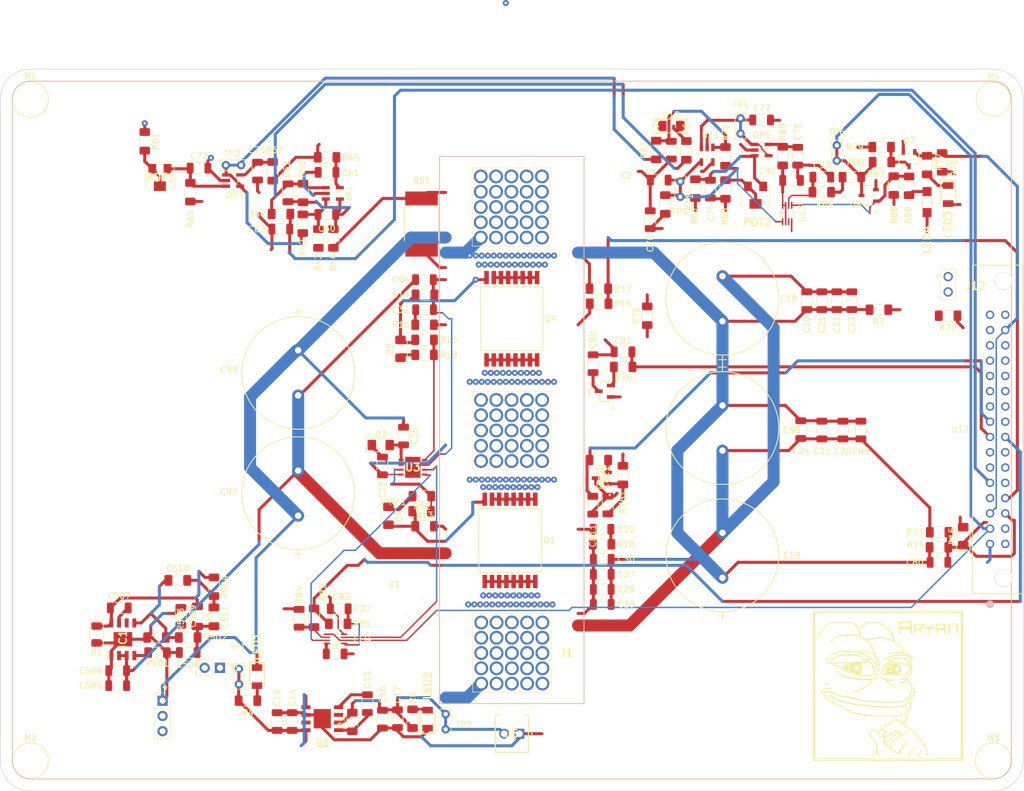
<source format=kicad_pcb>
(kicad_pcb (version 20240108) (generator "pcbnew") (generator_version "8.0")
  (layers (0 "F.Cu" signal) (1 "In1.Cu" signal) (2 "In2.Cu" signal) (3 "In3.Cu" signal) (4 "In4.Cu" signal) (31 "B.Cu" signal) (34 "B.Paste" user) (35 "F.Paste" user) (36 "B.SilkS" user "B.Silkscreen") (37 "F.SilkS" user "F.Silkscreen") (38 "B.Mask" user) (39 "F.Mask" user) (44 "Edge.Cuts" user))
  (net 0 "")
  (net 1 "Net-(G1-Q)")
  (net 2 "Net-(G1-BYP)")
  (net 3 "Net-(C31-Pad2)")
  (net 4 "12V")
  (net 5 "5V")
  (net 6 "V_BAT-")
  (net 7 "/U-Phase/U")
  (net 8 "Net-(C32-Pad2)")
  (net 9 "/U-Phase/U_CS+")
  (net 10 "Net-(C81-Pad2)")
  (net 11 "Net-(D4-A)")
  (net 12 "Net-(D5-A)")
  (net 13 "Net-(D3-K)")
  (net 14 "/U-Phase/12V")
  (net 15 "/U-Phase/+5V")
  (net 16 "GND")
  (net 17 "Net-(OP1-+IN)")
  (net 18 "Net-(OP1--IN)")
  (net 19 "Net-(OP1-V+)")
  (net 20 "I_SNS_PHASE_U")
  (net 21 "Net-(OP4-+IN)")
  (net 22 "Net-(OP4-V+)")
  (net 23 "Net-(OP5-+IN)")
  (net 24 "Net-(OP5-V+)")
  (net 25 "Net-(D12-K)")
  (net 26 "Net-(OP5--IN)")
  (net 27 "+5V")
  (net 28 "Net-(U13-CLK)")
  (net 29 "Net-(D15-K)")
  (net 30 "U_CS+")
  (net 31 "GNDS")
  (net 32 "/U-Phase/U-HIN")
  (net 33 "/U-Phase/U-LIN")
  (net 34 "Net-(U13-~{CLR})")
  (net 35 "Net-(D4-K)")
  (net 36 "Net-(D5-K)")
  (net 37 "Net-(D12-A)")
  (net 40 "Net-(IC1-FB)")
  (net 42 "Net-(IC1-BST)")
  (net 43 "Net-(D1-K)")
  (net 44 "V_BAT+")
  (net 45 "Net-(IC1-RON)")
  (net 46 "Net-(LED1-A)")
  (net 47 "Net-(LED2-A)")
  (net 48 "Net-(LED3-K)")
  (net 49 "Net-(LED4-A)")
  (net 50 "OFFSET")
  (net 51 "Net-(POT1-Pad2)")
  (net 52 "Net-(POT2-Pad2)")
  (net 53 "Net-(Q7-D)")
  (net 54 "/Power Board Connector/DR_EN")
  (net 55 "Net-(Q8-G)")
  (net 56 "SD")
  (net 57 "Net-(RT1-V_{OUT})")
  (net 58 "/U-Phase/U-LO")
  (net 59 "/U-Phase/U-HO")
  (net 60 "/U-Phase/U-HI")
  (net 61 "/U-Phase/U-LI")
  (net 63 "BEMF_PHASE_U")
  (net 64 "I_PHASE_U")
  (net 66 "U-L")
  (net 72 "Net-(RT1-GND)")
  (net 76 "U-H")
  (net 86 "Net-(J12-Pad02)")
  (net 87 "Net-(C811-Pad2)")
  (net 88 "Net-(RT2-V_{DD})")
  (net 89 "Net-(RT2-V_{OUT})")
  (net 91 "Net-(C508-C2)")
  (net 92 "Net-(J3-Pad03)")
  (net 93 "Net-(C510-Pad1)")
  (footprint "Resistor_SMD:R_1206_3216Metric_Pad1.30x1.75mm_HandSolder" (layer "F.Cu") (at 179.45 66.5 180)
    (property "Reference" "R17")
    (property "Value" "ERJS08F5101V" (hide yes))
  )
  (footprint "Resistor_SMD:R_1206_3216Metric_Pad1.30x1.75mm_HandSolder" (layer "F.Cu") (at 150 103.5)
    (property "Reference" "R11")
    (property "Value" "RC1206JR-0730RL" (hide yes))
  )
  (footprint "Connector_PinHeader_2.54mm:PinHeader_1x02_P2.54mm_Vertical" (layer "F.Cu") (at 116.5 129.54 -90)
    (property "Reference" "J3")
    (property "Value" "EXT/ITN 12V")
  )
  (footprint "Connector_PinHeader_2.54mm:PinHeader_1x03_P2.54mm_Vertical" (layer "F.Cu") (at 106.96 135)
    (property "Reference" "J4")
    (property "Value" "+12V_EXT")
  )
  (footprint "Capacitor_SMD:C_1206_3216Metric" (layer "F.Cu") (at 143.5 95.975 90)
    (property "Reference" "C35")
    (property "Value" "C1206C104K5RAC7025" (hide yes))
  )
  (footprint "Capacitor_SMD:C_1206_3216Metric" (layer "F.Cu") (at 126.6118 56.5827)
    (property "Reference" "C63")
    (property "Value" "C1206R105K3RACTU" (hide yes))
  )
  (footprint "infineon-library-footprints:IRLML6346TRPBF" (layer "F.Cu") (at 231 44.95 180)
    (property "Reference" "Q7")
    (property "Value" "IRLML6346" (hide yes))
  )
  (footprint "Resistor_SMD:R_1206_3216Metric_Pad1.30x1.75mm_HandSolder" (layer "F.Cu") (at 216.5 50.45)
    (property "Reference" "R89")
    (property "Value" "RMCF1206JT20K0" (hide yes))
  )
  (footprint "Misc-Footprints:PCN" (layer "F.Cu") (at 244.46 108.94 90)
    (property "Reference" "U12")
    (property "Value" "PCN10-32S-2.54DSA72" (hide yes))
  )
  (footprint "Capacitor_SMD:C_1206_3216Metric" (layer "F.Cu") (at 129.6474 121.2988 -90)
    (property "Reference" "C84")
    (property "Value" "1206Y0250101KXT" (hide yes))
  )
  (footprint "MountingHole:MountingHole_3.2mm_M3_DIN965" (layer "F.Cu") (at 245 35)
    (property "Reference" "M4")
    (property "Value" "MountingHole_3.2mm_M3_DIN965" (hide yes))
  )
  (footprint "Resistor_SMD:R_1206_3216Metric_Pad1.30x1.75mm_HandSolder" (layer "F.Cu") (at 183.45 97.5 90)
    (property "Reference" "R751")
    (property "Value" "RC1206FR-07200RL" (hide yes))
  )
  (footprint "Resistor_SMD:R_1206_3216Metric_Pad1.30x1.75mm_HandSolder" (layer "F.Cu") (at 111.225 124.5 180)
    (property "Reference" "R502")
    (property "Value" "CR1206-FX-4533ELF" (hide yes))
  )
  (footprint "Capacitor_SMD:C_1206_3216Metric" (layer "F.Cu") (at 180.025 116.5 180)
    (property "Reference" "C28")
    (property "Value" "C3216X7S2A225K160AB" (hide yes))
  )
  (footprint "Capacitor_SMD:C_1206_3216Metric" (layer "F.Cu") (at 179.975 106.5)
    (property "Reference" "C31")
    (property "Value" "C1206X103K1RECAUTO" (hide yes))
  )
  (footprint "just-footprints:U3" (layer "F.Cu") (at 148.55 96.2)
    (property "Reference" "U3")
    (property "Value" "2EDL8x24G" (hide yes))
  )
  (footprint "Capacitor_SMD:C_1206_3216Metric" (layer "F.Cu") (at 180.025 114 180)
    (property "Reference" "C27")
    (property "Value" "C1206X104K1RACTU" (hide yes))
  )
  (footprint "Capacitor_SMD:C_1206_3216Metric" (layer "F.Cu") (at 220 90 -90)
    (property "Reference" "C26")
    (property "Value" "CS1210KKX7R0BB225" (hide yes))
  )
  (footprint "Resistor_SMD:R_1206_3216Metric_Pad1.30x1.75mm_HandSolder" (layer "F.Cu") (at 106.125 127 180)
    (property "Reference" "R501")
    (property "Value" "RMCF1206FT100K" (hide yes))
  )
  (footprint "Resistor_SMD:R_1206_3216Metric_Pad1.30x1.75mm_HandSolder" (layer "F.Cu") (at 226 70)
    (property "Reference" "R7")
    (property "Value" "CRCW12060000Z0EA" (hide yes))
  )
  (footprint "Capacitor_SMD:C_1206_3216Metric" (layer "F.Cu") (at 216.5 47.95 180)
    (property "Reference" "C93")
    (property "Value" "C1206C105K3RACTM" (hide yes))
  )
  (footprint "Capacitor_SMD:C_1206_3216Metric" (layer "F.Cu") (at 134.2523 54.1554 180)
    (property "Reference" "C60")
    (property "Value" "C1206R105K3RACTU" (hide yes))
  )
  (footprint "Capacitor_SMD:C_1206_3216Metric" (layer "F.Cu") (at 180.025 111.5 180)
    (property "Reference" "C30")
    (property "Value" "GRM32EC72A106KE05L" (hide yes))
  )
  (footprint "Resistor_SMD:R_1206_3216Metric_Pad1.30x1.75mm_HandSolder" (layer "F.Cu") (at 135.349502 58.15 90)
    (property "Reference" "R44")
    (property "Value" "PHT1206Y1001BGT" (hide yes))
  )
  (footprint "Capacitor_SMD:C_1206_3216Metric" (layer "F.Cu") (at 122.7477 46.96 90)
    (property "Reference" "C73")
    (property "Value" "C1206X104M3RECAUTO" (hide yes))
  )
  (footprint "Resistor_SMD:R_1206_3216Metric_Pad1.30x1.75mm_HandSolder" (layer "F.Cu") (at 226.45 42.95)
    (property "Reference" "R79")
    (property "Value" "RC1206FR-0710KL" (hide yes))
  )
  (footprint "Misc-Footprints:J1" (layer "F.Cu") (at 159.84 58)
    (property "Reference" "J2" (hide yes))
    (property "Value" "V_BAT-" (hide yes))
  )
  (footprint "Capacitor_SMD:C_1206_3216Metric" (layer "F.Cu") (at 110 120.975 -90)
    (property "Reference" "C509")
    (property "Value" "12061C273KAT2A" (hide yes))
  )
  (footprint "Resistor_SMD:R_1206_3216Metric_Pad1.30x1.75mm_HandSolder" (layer "F.Cu") (at 150.5 77.5)
    (property "Reference" "R18")
    (property "Value" "AC1206JR-0710RL" (hide yes))
  )
  (footprint "Capacitor_SMD:C_1206_3216Metric" (layer "F.Cu") (at 127.8 50.5577 90)
    (property "Reference" "C62")
    (property "Value" "C1206R105K3RACTU" (hide yes))
  )
  (footprint "Misc-Footprints:G1" (layer "F.Cu") (at 133.5 138 180)
    (property "Reference" "G1")
    (property "Value" "TLS205B0EJ 50V" (hide yes))
  )
  (footprint "Capacitor_SMD:C_1206_3216Metric" (layer "F.Cu") (at 216.5 68.5 90)
    (property "Reference" "C21")
    (property "Value" "CS1210KKX7R0BB225" (hide yes))
  )
  (footprint "Misc-Footprints:LED1" (layer "F.Cu") (at 237.5 50.85 -90)
    (property "Reference" "LED3")
    (property "Value" "HSMQ-C150" (hide yes))
  )
  (footprint "Capacitor_SMD:C_1206_3216Metric" (layer "F.Cu") (at 147 91 -90)
    (property "Reference" "C36")
    (property "Value" "TMK316BJ106ML-T" (hide yes))
  )
  (footprint "Capacitor_SMD:C_1206_3216Metric" (layer "F.Cu") (at 150.475 65 180)
    (property "Reference" "C94")
    (property "Value" "22201C475KAT2A" (hide yes))
  )
  (footprint "infineon-library-footprints:IRLML6346TRPBF" (layer "F.Cu") (at 224.3062 50.9975 90)
    (property "Reference" "Q8")
    (property "Value" "IRLML6346" (hide yes))
  )
  (footprint "Resistor_SMD:R_1206_3216Metric_Pad1.30x1.75mm_HandSolder" (layer "F.Cu") (at 104 42 -90)
    (property "Reference" "R61")
    (property "Value" "RC1206FR-071KL" (hide yes))
  )
  (footprint "Resistor_SMD:R_1206_3216Metric_Pad1.30x1.75mm_HandSolder" (layer "F.Cu") (at 189 43.45 90)
    (property "Reference" "R63")
    (property "Value" "SR1206FR-7W10KL" (hide yes))
  )
  (footprint "Misc-Footprints:DC" (layer "F.Cu") (at 100.365 124.788 90)
    (property "Reference" "IC1")
    (property "Value" "LM5013QDDARQ1" (hide yes))
  )
  (footprint "Resistor_SMD:R_1206_3216Metric_Pad1.30x1.75mm_HandSolder" (layer "F.Cu") (at 200.5 44.5 -90)
    (property "Reference" "R70")
    (property "Value" "CRCW12061M00FKEAHP" (hide yes))
  )
  (footprint "Diode_SMD:D_1206_3216Metric_Pad1.42x1.75mm_HandSolder" (layer "F.Cu") (at 144.5 104.2638 -90)
    (property "Reference" "D4")
    (property "Value" "BAT165E63227HTSAI")
  )
  (footprint "Capacitor_SMD:C_1206_3216Metric" (layer "F.Cu") (at 141 135.5 90)
    (property "Reference" "C13")
    (property "Value" "C1206C103J3RACAUTO" (hide yes))
  )
  (footprint "Capacitor_SMD:C_1206_3216Metric" (layer "F.Cu") (at 136.3276 119.7158)
    (property "Reference" "C83")
    (property "Value" "1206Y0250101KXT" (hide yes))
  )
  (footprint "TestPoint:TestPoint_Bridge_Pitch2.54mm_Drill0.7mm" (layer "F.Cu") (at 203 40.72 90)
    (property "Reference" "TP4")
    (property "Value" "VREF_OCP")
  )
  (footprint "Misc-Footprints:LED1" (layer "F.Cu") (at 122.65 131 -90)
    (property "Reference" "LED1")
    (property "Value" "HSMQ-C150" (hide yes))
  )
  (footprint "Resistor_SMD:R_1206_3216Metric_Pad1.30x1.75mm_HandSolder" (layer "F.Cu") (at 237.5 71)
    (property "Reference" "R72")
    (property "Value" "RC1206FR-0710KL" (hide yes))
  )
  (footprint "Resistor_SMD:R_1206_3216Metric_Pad1.30x1.75mm_HandSolder" (layer "F.Cu") (at 111.5845 50.46 -90)
    (property "Reference" "R60")
    (property "Value" "CRCW120622K0FKEA" (hide yes))
  )
  (footprint "Capacitor_SMD:C_1206_3216Metric" (layer "F.Cu") (at 183.475 77)
    (property "Reference" "C81")
    (property "Value" "C1206C105K3RACTM" (hide yes))
  )
  (footprint "Resistor_SMD:R_1206_3216Metric_Pad1.30x1.75mm_HandSolder" (layer "F.Cu") (at 183.5 79.5 180)
    (property "Reference" "R76")
    (property "Value" "ERJ-8ENF1000V" (hide yes))
  )
  (footprint "infineon-library-footprints:MCP9700AT_E_TT" (layer "F.Cu") (at 179.95 98 90)
    (property "Reference" "RT2")
    (property "Value" "MCP9700Ax-ETT" (hide yes))
  )
  (footprint "Resistor_SMD:R_1206_3216Metric_Pad1.30x1.75mm_HandSolder" (layer "F.Cu") (at 235.975 109.5 180)
    (property "Reference" "R74")
    (property "Value" "RC1206FR-077K87L" (hide yes))
  )
  (footprint "Resistor_SMD:R_1206_3216Metric_Pad1.30x1.75mm_HandSolder" (layer "F.Cu") (at 150.5 72.5 180)
    (property "Reference" "R15")
    (property "Value" "RC1206JR-071R2L" (hide yes))
  )
  (footprint "Capacitor_SMD:C_1206_3216Metric" (layer "F.Cu") (at 134.3 47.1554)
    (property "Reference" "C61")
    (property "Value" "C1206X104M3RECAUTO" (hide yes))
  )
  (footprint "Resistor_SMD:R_1206_3216Metric_Pad1.30x1.75mm_HandSolder" (layer "F.Cu") (at 210 44.45 -90)
    (property "Reference" "R69")
    (property "Value" "AC1206JR-0710RL" (hide yes))
  )
  (footprint "Misc-Footprints:J1" (layer "F.Cu") (at 159.92 132.16)
    (property "Reference" "J1")
    (property "Value" "V_BAT+" (hide yes))
  )
  (footprint "Resistor_SMD:R_1206_3216Metric_Pad1.30x1.75mm_HandSolder" (layer "F.Cu") (at 180 109)
    (property "Reference" "R10")
    (property "Value" "RC1206JR-071R2L" (hide yes))
  )
  (footprint "Capacitor_SMD:C_1206_3216Metric" (layer "F.Cu") (at 180.95 102.475 -90)
    (property "Reference" "C821")
    (property "Value" "C1206C105K3RACTM" (hide yes))
  )
  (footprint "infineon-library-footprints:AD8615" (layer "F.Cu") (at 118.6861 48.5202)
    (property "Reference" "OP4")
    (property "Value" "AD8615AUJZ" (hide yes))
  )
  (footprint "MountingHole:MountingHole_3.2mm_M3_DIN965" (layer "F.Cu") (at 245 145)
    (property "Reference" "M3")
    (property "Value" "MountingHole_3.2mm_M3_DIN965" (hide yes))
  )
  (footprint "Resistor_SMD:R_1206_3216Metric_Pad1.30x1.75mm_HandSolder" (layer "F.Cu") (at 179.5 69)
    (property "Reference" "R14")
    (property "Value" "CRCW1206130KFKEA" (hide yes))
  )
  (footprint "Resistor_SMD:R_1206_3216Metric_Pad1.30x1.75mm_HandSolder" (layer "F.Cu") (at 132.849502 58.15 90)
    (property "Reference" "R43")
    (property "Value" "PHT1206Y1001BGT" (hide yes))
  )
  (footprint "Resistor_SMD:R_1206_3216Metric_Pad1.30x1.75mm_HandSolder" (layer "F.Cu") (at 234 45.95 90)
    (property "Reference" "R77")
    (property "Value" "RMCF1206FT330R" (hide yes))
  )
  (footprint "Diode_SMD:D_1206_3216Metric_Pad1.42x1.75mm_HandSolder" (layer "F.Cu") (at 191.5 39.45)
    (property "Reference" "D12")
    (property "Value" "500mA/30V/TSLP-2-17")
  )
  (footprint "Capacitor_SMD:C_1206_3216Metric" (layer "F.Cu") (at 235.975 112)
    (property "Reference" "C80")
    (property "Value" "C1206X104M3RECAUTO" (hide yes))
  )
  (footprint "Misc-Footprints:J12" (layer "F.Cu") (at 237.5 64.5 -90)
    (property "Reference" "J12")
    (property "Value" "Direction Switch" (hide yes))
  )
  (footprint "Capacitor_SMD:C_1206_3216Metric" (layer "F.Cu") (at 188 55.025 -90)
    (property "Reference" "C78")
    (property "Value" "C1206X104M3RECAUTO" (hide yes))
  )
  (footprint "Capacitor_SMD:C_1206_3216Metric" (layer "F.Cu") (at 126 138.475 -90)
    (property "Reference" "C15")
    (property "Value" "C1206X104M3RECAUTO" (hide yes))
  )
  (footprint "Resistor_SMD:R_1206_3216Metric_Pad1.30x1.75mm_HandSolder" (layer "F.Cu") (at 136.1474 122.2238)
    (property "Reference" "R81")
    (property "Value" "9T12062A10R0FBHFT" (hide yes))
  )
  (footprint "Capacitor_SMD:C_1206_3216Metric" (layer "F.Cu") (at 216.5 90 -90)
    (property "Reference" "C25")
    (property "Value" "CS1210KKX7R0BB225" (hide yes))
  )
  (footprint "Resistor_SMD:R_1206_3216Metric_Pad1.30x1.75mm_HandSolder" (layer "F.Cu") (at 221.5 47.95)
    (property "Reference" "R87")
    (property "Value" "RC1206FR-0710KL" (hide yes))
  )
  (footprint "Resistor_SMD:R_1206_3216Metric_Pad1.30x1.75mm_HandSolder" (layer "F.Cu") (at 126.6368 54.0827)
    (property "Reference" "R47")
    (property "Value" "9T12062A10R0FBHFT" (hide yes))
  )
  (footprint "Capacitor_SMD:C_1206_3216Metric" (layer "F.Cu") (at 150.5 70 180)
    (property "Reference" "C32")
    (property "Value" "C1206X103K1RECAUTO" (hide yes))
  )
  (footprint "MountingHole:MountingHole_3.2mm_M3_DIN965" (layer "F.Cu") (at 184 51.5)
    (property "Reference" "K2")
    (property "Value" "MountingHole_3.2mm_M3_DIN965" (hide yes))
  )
  (footprint "Resistor_SMD:R_1206_3216Metric_Pad1.30x1.75mm_HandSolder" (layer "F.Cu") (at 130.2523 55.7054 90)
    (property "Reference" "R42")
    (property "Value" "CPF1206B12KE1" (hide yes))
  )
  (footprint "Inductor_SMD:L_1206_3216Metric_Pad1.22x1.90mm_HandSolder" (layer "F.Cu") (at 112.725 121 -90)
    (property "Reference" "L1")
    (property "Value" "WE-PD_1210" (hide yes))
  )
  (footprint "Capacitor_SMD:C_1206_3216Metric" (layer "F.Cu") (at 135.6474 127.2238 180)
    (property "Reference" "C37")
    (property "Value" "C1206X104M3RECAUTO" (hide yes))
  )
  (footprint "infineon-library-footprints:AD8615" (layer "F.Cu") (at 206.5 43.45)
    (property "Reference" "OP5")
    (property "Value" "AD8615AUJZ" (hide yes))
  )
  (footprint "Resistor_SMD:R_1206_3216Metric_Pad1.30x1.75mm_HandSolder" (layer "F.Cu") (at 187.5 71 90)
    (property "Reference" "R75")
    (property "Value" "RC1206FR-07200RL" (hide yes))
  )
  (footprint "Misc-Footprints:J1" (layer "F.Cu") (at 159.88 95.16)
    (property "Reference" "U_1" (hide yes))
    (property "Value" "Phase-U" (hide yes))
  )
  (footprint "Capacitor_SMD:C_1206_3216Metric" (layer "F.Cu") (at 178.5 78.975 90)
    (property "Reference" "C82")
    (property "Value" "C1206C105K3RACTM" (hide yes))
  )
  (footprint "Capacitor_SMD:C_1206_3216Metric" (layer "F.Cu") (at 180.025 119 180)
    (property "Reference" "C29")
    (property "Value" "C3216X7S2A225K160AB" (hide yes))
  )
  (footprint "Capacitor_SMD:C_1206_3216Metric" (layer "F.Cu") (at 211.475 48.5 180)
    (property "Reference" "C92")
    (property "Value" "C1206X104M3RECAUTO" (hide yes))
  )
  (footprint "Capacitor_SMD:C_1206_3216Metric" (layer "F.Cu") (at 221.5 68.5 90)
    (property "Reference" "C23")
    (property "Value" "CS1210KKX7R0BB225" (hide yes))
  )
  (footprint "infineon-library-footprints:LMV331M5" (layer "F.Cu") (at 197.4525 44.2308 -90)
    (property "Reference" "U11")
    (property "Value" "LMV331" (hide yes))
  )
  (footprint "Resistor_SMD:R_1206_3216Metric_Pad1.30x1.75mm_HandSolder" (layer "F.Cu") (at 150.55 67.5)
    (property "Reference" "R19")
    (property "Value" "CRCW1206100KFKEAC" (hide yes))
  )
  (footprint "TestPoint:TestPoint_Bridge_Pitch2.54mm_Drill0.7mm" (layer "F.Cu") (at 193 48.68 -90)
    (property "Reference" "TP5")
    (property "Value" "OCP")
  )
  (footprint "Capacitor_SMD:C_1206_3216Metric" (layer "F.Cu") (at 113.0177 46.46 180)
    (property "Reference" "C72")
    (property "Value" "C1206C105K3RACTM" (hide yes))
  )
  (footprint "Resistor_SMD:R_1206_3216Metric_Pad1.30x1.75mm_HandSolder" (layer "F.Cu") (at 194 43.5 90)
    (property "Reference" "R64")
    (property "Value" "RMCF1206ZT0R00" (hide yes))
  )
  (footprint "TestPoint:TestPoint_Bridge_Pitch2.54mm_Drill0.7mm" (layer "F.Cu") (at 117.4777 45.96)
    (property "Reference" "TP3")
    (property "Value" "OFFSET" (hide yes))
  )
  (footprint "Diode_SMD:D_1206_3216Metric" (layer "F.Cu") (at 96 124 -90)
    (property "Reference" "D1")
    (property "Value" "770 mV, 5.5 A" (hide yes))
  )
  (footprint "Resistor_SMD:R_1206_3216Metric_Pad1.30x1.75mm_HandSolder" (layer "F.Cu") (at 150.05 101)
    (property "Reference" "R12")
    (property "Value" "AC1206JR-0710RL" (hide yes))
  )
  (footprint "Capacitor_SMD:C_1206_3216Metric" (layer "F.Cu") (at 198 49.95 90)
    (property "Reference" "C74")
    (property "Value" "C1206C105K3RACTM" (hide yes))
  )
  (footprint "Capacitor_SMD:C_1206_3216Metric" (layer "F.Cu") (at 189.5 48.45)
    (property "Reference" "C79")
    (property "Value" "C1206R105K3RACTU" (hide yes))
  )
  (footprint "Resistor_SMD:R_1206_3216Metric_Pad1.30x1.75mm_HandSolder" (layer "F.Cu") (at 179.45 95)
    (property "Reference" "R762" (hide yes))
    (property "Value" "ERJ-8ENF1000V" (hide yes))
  )
  (footprint "Resistor_SMD:R_1206_3216Metric_Pad1.30x1.75mm_HandSolder" (layer "F.Cu") (at 195.5 49.875 -90)
    (property "Reference" "R67")
    (property "Value" "RC1206FR-071KL" (hide yes))
  )
  (footprint "1206-Infineon-Library:Aryan-Pepe-Logo" (layer "F.Cu") (at 227.5 132.5)
    (property "Reference" "LOGO" (hide yes))
    (property "Value" "LOGO" (hide yes))
  )
  (footprint "MountingHole:MountingHole_3.2mm_M3_DIN965" (layer "F.Cu") (at 85 145)
    (property "Reference" "M2")
    (property "Value" "MountingHole_3.2mm_M3_DIN965" (hide yes))
  )
  (footprint "TestPoint:TestPoint_Bridge_Pitch2.54mm_Drill0.7mm" (layer "F.Cu") (at 119.65 129.73 -90)
    (property "Reference" "TP1")
    (property "Value" "12V")
  )
  (footprint "just-footprints:POT2" (layer "F.Cu") (at 106.5177 48.01 180)
    (property "Reference" "POT1")
    (property "Value" "50K POT" (hide yes))
  )
  (footprint "Capacitor_SMD:C_1206_3216Metric" (layer "F.Cu") (at 206.5 38.45 180)
    (property "Reference" "C77")
    (property "Value" "C1206R105K3RACTU" (hide yes))
  )
  (footprint "Capacitor_SMD:C_1206_3216Metric" (layer "F.Cu") (at 99.5 132.5)
    (property "Reference" "C505")
    (property "Value" "12061C225KAT2A" (hide yes))
  )
  (footprint "Kap-1206-Footprints:C18" (layer "F.Cu") (at 200 85.91675 -90)
    (property "Reference" "C98")
    (property "Value" "100ZLJ820M18X40" (hide yes))
  )
  (footprint "Resistor_SMD:R_1206_3216Metric_Pad1.30x1.75mm_HandSolder" (layer "F.Cu") (at 148.5 138 90)
    (property "Reference" "R8")
    (property "Value" "CRCW1206680RFKEA" (hide yes))
  )
  (footprint "Kap-1206-Footprints:C18" (layer "F.Cu") (at 200 71.91675 90)
    (property "Reference" "C18")
    (property "Value" "100ZLJ820M18X40" (hide yes))
  )
  (footprint "Capacitor_SMD:C_1206_3216Metric" (layer "F.Cu") (at 219 68.5 90)
    (property "Reference" "C22")
    (property "Value" "CS1210KKX7R0BB225" (hide yes))
  )
  (footprint "just-footprints:U4" (layer "F.Cu") (at 135.6974 124.7238 180)
    (property "Reference" "U4")
    (property "Value" "NL27WZ08USG" (hide yes))
  )
  (footprint "Capacitor_SMD:C_1206_3216Metric" (layer "F.Cu") (at 178.45 102.5 90)
    (property "Reference" "C811")
    (property "Value" "C1206C105K3RACTM" (hide yes))
  )
  (footprint "Resistor_SMD:R_1206_3216Metric_Pad1.30x1.75mm_HandSolder" (layer "F.Cu") (at 231 49.4 -90)
    (property "Reference" "R90")
    (property "Value" "RMCF1206FT330R" (hide yes))
  )
  (footprint "Resistor_SMD:R_1206_3216Metric_Pad1.30x1.75mm_HandSolder" (layer "F.Cu") (at 236 107 180)
    (property "Reference" "R73")
    (property "Value" "CRCW1206100KFKEAC" (hide yes))
  )
  (footprint "Resistor_SMD:R_1206_3216Metric_Pad1.30x1.75mm_HandSolder" (layer "F.Cu") (at 125.2477 46.98 -90)
    (property "Reference" "R62")
    (property "Value" "AC1206JR-0710RL" (hide yes))
  )
  (footprint "Capacitor_SMD:C_1206_3216Metric" (layer "F.Cu") (at 128.5 138.475 -90)
    (property "Reference" "C14")
    (property "Value" "C1206C106M3PACTU" (hide yes))
  )
  (footprint "Capacitor_SMD:C_1206_3216Metric" (layer "F.Cu") (at 143.5 138.0776 90)
    (property "Reference" "C16")
    (property "Value" "C1206C106M3PACTU" (hide yes))
  )
  (footprint "infineon-library-footprints:SN74LVC2G74MDCUTEP" (layer "F.Cu") (at 210.75 54 90)
    (property "Reference" "U13")
    (property "Value" "SN74LVC2G74DCUR" (hide yes))
  )
  (footprint "Resistor_SMD:R_1206_3216Metric_Pad1.30x1.75mm_HandSolder" (layer "F.Cu") (at 236.5 45.5 90)
    (property "Reference" "R78")
    (property "Value" "RC1206FR-0710KL" (hide yes))
  )
  (footprint "Diode_SMD:D_1206_3216Metric_Pad1.42x1.75mm_HandSolder" (layer "F.Cu") (at 146.5 76.5 90)
    (property "Reference" "D5")
    (property "Value" "BAT165E63227HTSAI")
  )
  (footprint "Diode_SMD:D_1206_3216Metric_Pad1.42x1.75mm_HandSolder" (layer "F.Cu") (at 240 107.65 90)
    (property "Reference" "D15")
    (property "Value" "DIODE ZENER")
  )
  (footprint "MountingHole:MountingHole_3.2mm_M3_DIN965" (layer "F.Cu") (at 85 35)
    (property "Reference" "M1")
    (property "Value" "MountingHole_3.2mm_M3_DIN965" (hide yes))
  )
  (footprint "just-footprints:Q1" (layer "F.Cu") (at 165 71.5 -90)
    (property "Reference" "Q4")
    (property "Value" "IAUS300N10S5N015TATMA1" (hide yes))
  )
  (footprint "Capacitor_SMD:C_1206_3216Metric" (layer "F.Cu") (at 146 138 90)
    (property "Reference" "C17")
    (property "Value" "C1206X104M3RECAUTO" (hide yes))
  )
  (footprint "Resistor_SMD:R_1206_3216Metric_Pad1.30x1.75mm_HandSolder" (layer "F.Cu") (at 200.5 50 90)
    (property "Reference" "R68")
    (property "Value" "RC1206FR-071KL" (hide yes))
  )
  (footprint "infineon-library-footprints:AD8615" (layer "F.Cu") (at 135.2523 50.6554)
    (property "Reference" "OP1")
    (property "Value" "AD8615AUJZ" (hide yes))
  )
  (footprint "Capacitor_SMD:C_1206_3216Metric_Pad1.33x1.80mm_HandSolder" (layer "F.Cu") (at 109.5 115 180)
    (property "Reference" "C510")
    (property "Value" "47 pF, 115 mOhm" (hide yes))
  )
  (footprint "MountingHole:MountingHole_3.2mm_M3_DIN965" (layer "F.Cu") (at 145.5 119.5)
    (property "Reference" "K1")
    (property "Value" "MountingHole_3.2mm_M3_DIN965" (hide yes))
  )
  (footprint "Resistor_SMD:R_1206_3216Metric_Pad1.30x1.75mm_HandSolder" (layer "F.Cu") (at 226.5 45.45 180)
    (property "Reference" "R80")
    (property "Value" "CRCW12060000Z0EA" (hide yes))
  )
  (footprint "just-footprints:POT2" (layer "F.Cu") (at 205.5 50.95 180)
    (property "Reference" "POT2")
    (property "Value" "50K POT" (hide yes))
  )
  (footprint "Resistor_SMD:R_1206_3216Metric_Pad1.30x1.75mm_HandSolder" (layer "F.Cu") (at 132.1474 121.2238 -90)
    (property "Reference" "R82")
    (property "Value" "9T12062A10R0FBHFT" (hide yes))
  )
  (footprint "TestPoint:TestPoint_Bridge_Pitch2.54mm_Drill0.7mm" (layer "F.Cu") (at 219 45.22 90)
    (property "Reference" "TP6")
    (property "Value" "SD" (hide yes))
  )
  (footprint "Misc-Footprints:LED1" (layer "F.Cu") (at 151 138.0776 90)
    (property "Reference" "LED2")
    (property "Value" "HSMQ-C150" (hide yes))
  )
  (footprint "Capacitor_SMD:C_1206_3216Metric" (layer "F.Cu") (at 99.77 119.576 180)
    (property "Reference" "C507")
    (property "Value" "12061C225KAT2A" (hide yes))
  )
  (footprint "Kap-1206-Footprints:C18" (layer "F.Cu") (at 129.5 104.25 90)
    (property "Reference" "C97")
    (property "Value" "100ZLJ820M18X40" (hide yes))
  )
  (footprint "Resistor_SMD:R_1206_3216Metric_Pad1.30x1.75mm_HandSolder" (layer "F.Cu") (at 121.15 135)
    (property "Reference" "R4")
    (property "Value" "RNCP1206FTD1K00" (hide yes))
  )
  (footprint "Kap-1206-Footprints:C18" (layer "F.Cu") (at 129.5 76.75 -90)
    (property "Reference" "C99")
    (property "Value" "100ZLJ820M18X40" (hide yes))
  )
  (footprint "Capacitor_SMD:C_1206_3216Metric" (layer "F.Cu") (at 99.5 130)
    (property "Reference" "C506")
    (property "Value" "12061C225KAT2A" (hide yes))
  )
  (footprint "Capacitor_SMD:C_1206_3216Metric_Pad1.33x1.80mm_HandSolder" (layer "F.Cu") (at 115.5 121.0625 -90)
    (property "Reference" "C511")
    (property "Value" "3.3 nF, 332 mOhm" (hide yes))
  )
  (footprint "Capacitor_SMD:C_1206_3216Metric" (layer "F.Cu") (at 111.225 127)
    (property "Reference" "C508")
    (property "Value" "12061C273KAT2A" (hide yes))
  )
  (footprint "Resistor_SMD:R_1206_3216Metric_Pad1.30x1.75mm_HandSolder" (layer "F.Cu") (at 130.3 50.5827 90)
    (property "Reference" "R46")
    (property "Value" "CPF1206B12KE1" (hide yes))
  )
  (footprint "Capacitor_SMD:C_1206_3216Metric" (layer "F.Cu") (at 191.5 43.475 90)
    (property "Reference" "C76")
    (property "Value" "C1206C102K3REC" (hide yes))
  )
  (footprint "Capacitor_SMD:C_1206_3216Metric" (layer "F.Cu") (at 212.5 44.475 90)
    (property "Reference" "C75")
    (property "Value" "C1206X104M3RECAUTO" (hide yes))
  )
  (footprint "Misc-Footprints:LED4" (layer "F.Cu") (at 234 52.1 180)
    (property "Reference" "LED4")
    (property "Value" "SM1206SRC" (hide yes))
  )
  (footprint "Capacitor_SMD:C_1206_3216Metric" (layer "F.Cu") (at 213 89.9351 -90)
    (property "Reference" "C24")
    (property "Value" "CS1210KKX7R0BB225" (hide yes))
  )
  (footprint "Diode_SMD:D_1206_3216Metric_Pad1.42x1.75mm_HandSolder" (layer "F.Cu") (at 143.225 92.5)
    (property "Reference" "D3")
    (property "Value" "SMD2150PL-TP")
  )
  (footprint "Kap-1206-Footprints:C18" (layer "F.Cu") (at 200 114.58325 90)
    (property "Reference" "C19")
    (property "Value" "100ZLJ820M18X40" (hide yes))
  )
  (footprint "infineon-library-footprints:MCP9700AT_E_TT" (layer "F.Cu") (at 180.4598 83.549999 90)
    (property "Reference" "RT1")
    (property "Value" "MCP9700Ax-ETT" (hide yes))
  )
  (footprint "Resistor_SMD:R_1206_3216Metric_Pad1.30x1.75mm_HandSolder" (layer "F.Cu") (at 150.5 75)
    (property "Reference" "R16")
    (property "Value" "RC1206JR-0730RL" (hide yes))
  )
  (footprint "Resistor_SMD:R_1206_3216Metric_Pad1.30x1.75mm_HandSolder" (layer "F.Cu") (at 228.447 49.35 -90)
    (property "Reference" "R88")
    (property "Value" "RC1206FR-0710KL" (hide yes))
  )
  (footprint "Resistor_SMD:R_1206_3216Metric_Pad1.30x1.75mm_HandSolder" (layer "F.Cu") (at 115.5 116.0625 -90)
    (property "Reference" "R504")
    (property "Value" "221 kOhm" (hide yes))
  )
  (footprint "Resistor_SMD:R_1206_3216Metric_Pad1.30x1.75mm_HandSolder" (layer "F.Cu") (at 190.5 52.5 90)
    (property "Reference" "R71")
    (property "Value" "RC1206FR-071KL" (hide yes))
  )
  (footprint "Capacitor_SMD:C_1206_3216Metric" (layer "F.Cu") (at 214 68.5 90)
    (property "Reference" "C20")
    (property "Value" "CS1210KKX7R0BB225" (hide yes))
  )
  (footprint "just-footprints:Q1" (layer "F.Cu") (at 164.699999 108.3453 -90)
    (property "Reference" "Q1")
    (property "Value" "IAUS300N10S5N015TATMA1" (hide yes))
  )
  (footprint "Resistor_SMD:R_1206_3216Metric_Pad1.30x1.75mm_HandSolder" (layer "F.Cu") (at 150.5 106)
    (property "Reference" "R13")
    (property "Value" "CRCW1206100KFKEAC" (hide yes))
  )
  (footprint "Resistor_SMD:R_1206_3216Metric_Pad1.30x1.75mm_HandSolder" (layer "F.Cu") (at 138.5 138.55 90)
    (property "Reference" "R1")
    (property "Value" "PMR18EZPJ000" (hide yes))
  )
  (footprint "Resistor_SMD:R_1206_3216Metric_Pad1.30x1.75mm_HandSolder" (layer "F.Cu") (at 105.95 124.5 180)
    (property "Reference" "R503")
    (property "Value" "ERJ-P08D4992V" (hide yes))
  )
  (footprint "TestPoint:TestPoint_Bridge_Pitch2.54mm_Drill0.7mm" (layer "F.Cu") (at 154 139.77 90)
    (property "Reference" "TP2")
    (property "Value" "5V")
  )
  (footprint "Misc-Footprints:J4" (layer "F.Cu") (at 166.27 140.5 180)
    (property "Reference" "J5")
    (property "Value" "+5V_EXT" (hide yes))
  )
  (footprint "infineon-library-footprints:HCS3920FT1L00" (layer "F.Cu") (at 150 55.7545 90)
    (property "Reference" "RS1")
    (property "Value" "HCS3920FT1L00" (hide yes))
  )
  (footprint "Resistor_SMD:R_1206_3216Metric_Pad1.30x1.75mm_HandSolder" (layer "F.Cu") (at 134.3 44.6554 180)
    (property "Reference" "R45")
    (property "Value" "AC1206JR-0710RL" (hide yes))
  )
  (footprint "Capacitor_SMD:C_1206_3216Metric" (layer "F.Cu") (at 223 90 -90)
    (property "Reference" "C89")
    (property "Value" "CS1210KKX7R0BB225" (hide yes))
  )
  (gr_line (start 153 135.5) (end 153 44.5) (stroke (width 0.127)) (layer "B.SilkS"))
  (gr_arc (start 85 148) (mid 82.87868 147.12132) (end 82 145) (stroke (width 0.15)) (layer "B.SilkS"))
  (gr_line (start 85 148) (end 245 148) (stroke (width 0.127)) (layer "B.SilkS"))
  (gr_line (start 153 135.5) (end 177 135.5) (stroke (width 0.127)) (layer "B.SilkS"))
  (gr_arc (start 82 35) (mid 82.87868 32.87868) (end 85 32) (stroke (width 0.15)) (layer "B.SilkS"))
  (gr_arc (start 248 145) (mid 247.12132 147.12132) (end 245 148) (stroke (width 0.15)) (layer "B.SilkS"))
  (gr_line (start 177 135.5) (end 177 44.5) (stroke (width 0.127)) (layer "B.SilkS"))
  (gr_arc (start 245 32) (mid 247.12132 32.87868) (end 248 35) (stroke (width 0.15)) (layer "B.SilkS"))
  (gr_line (start 85 32) (end 245 32) (stroke (width 0.127)) (layer "B.SilkS"))
  (gr_line (start 153 44.5) (end 177 44.5) (stroke (width 0.127)) (layer "B.SilkS"))
  (gr_line (start 82 145) (end 82 35) (stroke (width 0.127)) (layer "B.SilkS"))
  (gr_line (start 248 145) (end 248 35) (stroke (width 0.127)) (layer "B.SilkS"))
  (gr_line (start 82 145) (end 82 35) (stroke (width 0.127)) (layer "F.SilkS"))
  (gr_line (start 153 135.5) (end 153 44.5) (stroke (width 0.127)) (layer "F.SilkS"))
  (gr_line (start 245 148) (end 85 148) (stroke (width 0.127)) (layer "F.SilkS"))
  (gr_circle (center 85 35) (end 88 35) (stroke (width 0.15)) (fill none) (layer "F.SilkS"))
  (gr_line (start 177 135.5) (end 153 135.5) (stroke (width 0.127)) (layer "F.SilkS"))
  (gr_circle (center 245 145) (end 242 145) (stroke (width 0.15)) (fill none) (layer "F.SilkS"))
  (gr_line (start 177 135.5) (end 177 44.5) (stroke (width 0.127)) (layer "F.SilkS"))
  (gr_circle (center 85 145) (end 88 145) (stroke (width 0.15)) (fill none) (layer "F.SilkS"))
  (gr_line (start 248 145) (end 248 35.5) (stroke (width 0.127)) (layer "F.SilkS"))
  (gr_line (start 177 44.5) (end 153 44.5) (stroke (width 0.127)) (layer "F.SilkS"))
  (gr_circle (center 245 35) (end 247 37) (stroke (width 0.15)) (fill none) (layer "F.SilkS"))
  (gr_line (start 245 32) (end 85 32) (stroke (width 0.127)) (layer "F.SilkS"))
  (gr_arc (start 250 145) (mid 248.535534 148.535534) (end 245 150) (stroke (width 0.1)) (layer "Edge.Cuts"))
  (gr_arc (start 85 150) (mid 81.464466 148.535534) (end 80 145) (stroke (width 0.1)) (layer "Edge.Cuts"))
  (gr_arc (start 80 35) (mid 81.464466 31.464466) (end 85 30) (stroke (width 0.1)) (layer "Edge.Cuts"))
  (gr_line (start 85 150) (end 245 150) (stroke (width 0.1)) (layer "Edge.Cuts"))
  (gr_line (start 250 145) (end 250 35) (stroke (width 0.1)) (layer "Edge.Cuts"))
  (gr_line (start 80 35) (end 80 145) (stroke (width 0.1)) (layer "Edge.Cuts"))
  (gr_arc (start 245 30) (mid 248.535534 31.464466) (end 250 35) (stroke (width 0.1)) (layer "Edge.Cuts"))
  (gr_line (start 245 30) (end 85 30) (stroke (width 0.1)) (layer "Edge.Cuts"))
  (via (at 164 19) (size 1) (drill 0.4) (layers "F.Cu" "B.Cu") (net 0))
  (segment (start 141 136.975) (end 141 137.6) (width 0.5) (layer "F.Cu") (net 1))
  (segment (start 138.305 139.905) (end 138.5 140.1) (width 0.5) (layer "F.Cu") (net 1))
  (segment (start 136.212 139.905) (end 138.305 139.905) (width 0.5) (layer "F.Cu") (net 1))
  (segment (start 141 137.6) (end 138.5 140.1) (width 0.5) (layer "F.Cu") (net 1))
  (segment (start 138.282 134.025) (end 141 134.025) (width 0.5) (layer "F.Cu") (net 2))
  (segment (start 136.212 136.095) (end 138.282 134.025) (width 0.5) (layer "F.Cu") (net 2))
  (segment (start 181.45 106.5) (end 181.45 108.9) (width 0.5) (layer "F.Cu") (net 3))
  (segment (start 181.45 108.9) (end 181.55 109) (width 0.5) (layer "F.Cu") (net 3))
  (segment (start 126 139.95) (end 124.55 139.95) (width 0.5) (layer "F.Cu") (net 4))
  (segment (start 119.6 132.32) (end 119.6 135) (width 0.5) (layer "F.Cu") (net 4))
  (segment (start 130.788 141.712) (end 130.788 139.905) (width 0.5) (layer "F.Cu") (net 4))
  (segment (start 126 139.95) (end 128.5 139.95) (width 0.5) (layer "F.Cu") (net 4))
  (segment (start 124.55 139.95) (end 119.6 135) (width 0.5) (layer "F.Cu") (net 4))
  (segment (start 119.65 129.73) (end 119.65 132.27) (width 0.5) (layer "F.Cu") (net 4))
  (segment (start 130.743 139.95) (end 130.788 139.905) (width 0.5) (layer "F.Cu") (net 4))
  (segment (start 128.5 139.95) (end 130.743 139.95) (width 0.5) (layer "F.Cu") (net 4))
  (segment (start 130.788 134.288) (end 130.5 134) (width 0.5) (layer "F.Cu") (net 4))
  (segment (start 130.788 136.095) (end 130.788 134.288) (width 0.5) (layer "F.Cu") (net 4))
  (segment (start 130 142.5) (end 130.788 141.712) (width 0.5) (layer "F.Cu") (net 4))
  (segment (start 119.65 132.27) (end 119.6 132.32) (width 0.5) (layer "F.Cu") (net 4))
  (segment (start 130.5 134) (end 130.5 142) (width 0.5) (layer "B.Cu") (net 4))
  (segment (start 130.5 142) (end 130 142.5) (width 0.5) (layer "B.Cu") (net 4))
  (segment (start 143 136.1026) (end 143.5 136.6026) (width 0.5) (layer "F.Cu") (net 5))
  (segment (start 146 134.5) (end 146 136.525) (width 0.5) (layer "F.Cu") (net 5))
  (segment (start 136.865 138.635) (end 138.5 137) (width 0.5) (layer "F.Cu") (net 5))
  (segment (start 143.5776 136.525) (end 146 136.525) (width 0.5) (layer "F.Cu") (net 5))
  (segment (start 146 137.05) (end 148.5 139.55) (width 0.5) (layer "F.Cu") (net 5))
  (segment (start 138.5 135.5) (end 139 135) (width 0.5) (layer "F.Cu") (net 5))
  (segment (start 143 135) (end 143 136.1026) (width 0.5) (layer "F.Cu") (net 5))
  (segment (start 146 136.525) (end 146 137.05) (width 0.5) (layer "F.Cu") (net 5))
  (segment (start 138.5 137) (end 138.5 135.5) (width 0.5) (layer "F.Cu") (net 5))
  (segment (start 136.212 138.635) (end 136.865 138.635) (width 0.5) (layer "F.Cu") (net 5))
  (segment (start 143.5 136.6026) (end 143.5776 136.525) (width 0.5) (layer "F.Cu") (net 5))
  (segment (start 151.27 134.5) (end 146 134.5) (width 0.5) (layer "B.Cu") (net 5))
  (segment (start 163 139.77) (end 163.73 140.5) (width 0.5) (layer "B.Cu") (net 5))
  (segment (start 139 135) (end 143 135) (width 0.5) (layer "B.Cu") (net 5))
  (segment (start 154 137.23) (end 154 139.77) (width 0.5) (layer "B.Cu") (net 5))
  (segment (start 154 139.77) (end 163 139.77) (width 0.5) (layer "B.Cu") (net 5))
  (segment (start 154 137.23) (end 151.27 134.5) (width 0.5) (layer "B.Cu") (net 5))
  (segment (start 216.4351 88.4601) (end 216.5 88.525) (width 0.5) (layer "F.Cu") (net 6))
  (segment (start 151 50.5) (end 154 50.5) (width 0.5) (layer "F.Cu") (net 6))
  (segment (start 100.365 124.788) (end 98.46 126.693) (width 0.5) (layer "F.Cu") (net 6))
  (segment (start 234.425 111.925) (end 234.5 112) (width 0.5) (layer "F.Cu") (net 6))
  (segment (start 105 122.5) (end 105 123.9) (width 0.5) (layer "F.Cu") (net 6))
  (segment (start 104.4 124.5) (end 105.175 124.5) (width 0.5) (layer "F.Cu") (net 6))
  (segment (start 98.46 126.693) (end 98.46 127.5) (width 0.5) (layer "F.Cu") (net 6))
  (segment (start 177.9 62.4) (end 176 60.5) (width 0.5) (layer "F.Cu") (net 6))
  (segment (start 106.96 135) (end 107.675 134.285) (width 0.5) (layer "F.Cu") (net 6))
  (segment (start 210.45665 85.91675) (end 213 88.4601) (width 0.5) (layer "F.Cu") (net 6))
  (segment (start 100.365 124.788) (end 104.112 124.788) (width 0.5) (layer "F.Cu") (net 6))
  (segment (start 98.46 127.5) (end 98.46 129.565) (width 0.5) (layer "F.Cu") (net 6))
  (segment (start 109.75 127) (end 107.675 127) (width 0.5) (layer "F.Cu") (net 6))
  (segment (start 110 119.5) (end 109 120.5) (width 0.5) (layer "F.Cu") (net 6))
  (segment (start 177.9 66.5) (end 177.9 62.4) (width 0.5) (layer "F.Cu") (net 6))
  (segment (start 181.5 111.5) (end 181.5 114) (width 0.5) (layer "F.Cu") (net 6))
  (segment (start 220 88.525) (end 223 88.525) (width 0.5) (layer "F.Cu") (net 6))
  (segment (start 107.675 134.285) (end 107.675 127) (width 0.5) (layer "F.Cu") (net 6))
  (segment (start 143.549502 51.5) (end 150 51.5) (width 0.5) (layer "F.Cu") (net 6))
  (segment (start 122.65 129.5) (end 122.65 127.15) (width 0.5) (layer "F.Cu") (net 6))
  (segment (start 216.5 69.975) (end 219 69.975) (width 0.5) (layer "F.Cu") (net 6))
  (segment (start 105 123.9) (end 104.4 124.5) (width 0.5) (layer "F.Cu") (net 6))
  (segment (start 181.5 116.5) (end 181.5 114) (width 0.5) (layer "F.Cu") (net 6))
  (segment (start 219 69.975) (end 221.5 69.975) (width 0.5) (layer "F.Cu") (net 6))
  (segment (start 99.753 125.4) (end 100.365 124.788) (width 0.5) (layer "F.Cu") (net 6))
  (segment (start 147 89.525) (end 147 88) (width 0.5) (layer "F.Cu") (net 6))
  (segment (start 105.175 124.5) (end 107.675 127) (width 0.5) (layer "F.Cu") (net 6))
  (segment (start 202.58325 112) (end 200 114.58325) (width 0.5) (layer "F.Cu") (net 6))
  (segment (start 181.5 111.5) (end 184 111.5) (width 0.5) (layer "F.Cu") (net 6))
  (segment (start 150 51.5) (end 151 50.5) (width 0.5) (layer "F.Cu") (net 6))
  (segment (start 200 85.91675) (end 210.45665 85.91675) (width 0.5) (layer "F.Cu") (net 6))
  (segment (start 104.112 124.788) (end 104.4 124.5) (width 0.5) (layer "F.Cu") (net 6))
  (segment (start 96 125.4) (end 99.753 125.4) (width 0.5) (layer "F.Cu") (net 6))
  (segment (start 234.425 109.5) (end 234.425 111.925) (width 0.5) (layer "F.Cu") (net 6))
  (segment (start 98.46 129.565) (end 98.025 130) (width 0.5) (layer "F.Cu") (net 6))
  (segment (start 98.025 130) (end 98.025 132.5) (width 0.5) (layer "F.Cu") (net 6))
  (segment (start 213 88.4601) (end 216.4351 88.4601) (width 0.5) (layer "F.Cu") (net 6))
  (segment (start 221.5 69.975) (end 224.425 69.975) (width 0.5) (layer "F.Cu") (net 6))
  (segment (start 212.05825 71.91675) (end 200 71.91675) (width 0.5) (layer "F.Cu") (net 6))
  (segment (start 234.5 112) (end 202.58325 112) (width 0.5) (layer "F.Cu") (net 6))
  (segment (start 216.5 88.525) (end 220 88.525) (width 0.5) (layer "F.Cu") (net 6))
  (segment (start 109 120.5) (end 107.5 120.5) (width 0.5) (layer "F.Cu") (net 6))
  (segment (start 214 69.975) (end 216.5 69.975) (width 0.5) (layer "F.Cu") (net 6))
  (segment (start 135.349502 59.7) (end 143.054902 51.9946) (width 0.5) (layer "F.Cu") (net 6))
  (segment (start 214 69.975) (end 212.05825 71.91675) (width 0.5) (layer "F.Cu") (net 6))
  (segment (start 181.5 119) (end 181.5 116.5) (width 0.5) (layer "F.Cu") (net 6))
  (segment (start 122.65 127.15) (end 122.5 127) (width 0.5) (layer "F.Cu") (net 6))
  (segment (start 224.425 69.975) (end 224.45 70) (width 0.5) (layer "F.Cu") (net 6))
  (segment (start 143.054902 51.9946) (end 143.549502 51.5) (width 0.5) (layer "F.Cu") (net 6))
  (via (at 171 61) (size 1) (drill 0.4) (layers "F.Cu" "B.Cu") (net 6))
  (via (at 170 61) (size 1) (drill 0.4) (layers "F.Cu" "B.Cu") (net 6))
  (via (at 169 61) (size 1) (drill 0.4) (layers "F.Cu" "B.Cu") (net 6))
  (via (at 163 61) (size 1) (drill 0.4) (layers "F.Cu" "B.Cu") (net 6))
  (via (at 158 61) (size 1) (drill 0.4) (layers "F.Cu" "B.Cu") (net 6))
  (via (at 161 61) (size 1) (drill 0.4) (layers "F.Cu" "B.Cu") (net 6))
  (via (at 172 61) (size 1) (drill 0.4) (layers "F.Cu" "B.Cu") (net 6))
  (via (at 160 61) (size 1) (drill 0.4) (layers "F.Cu" "B.Cu") (net 6))
  (via (at 159 61) (size 1) (drill 0.4) (layers "F.Cu" "B.Cu") (net 6))
  (via (at 166 61) (size 1) (drill 0.4) (layers "F.Cu" "B.Cu") (net 6))
  (via (at 167 61) (size 1) (drill 0.4) (layers "F.Cu" "B.Cu") (net 6))
  (via (at 164 61) (size 1) (drill 0.4) (layers "F.Cu" "B.Cu") (net 6))
  (via (at 162 61) (size 1) (drill 0.4) (layers "F.Cu" "B.Cu") (net 6))
  (via (at 168 61) (size 1) (drill 0.4) (layers "F.Cu" "B.Cu") (net 6))
  (via (at 165 61) (size 1) (drill 0.4) (layers "F.Cu" "B.Cu") (net 6))
  (segment (start 106.96 135) (end 106.96 132.54) (width 0.5) (layer "B.Cu") (net 6))
  (segment (start 200 85.91675) (end 192.5 93.41675) (width 2) (layer "B.Cu") (net 6))
  (segment (start 148.25 58) (end 154 58) (width 2) (layer "B.Cu") (net 6))
  (segment (start 188.58325 60.5) (end 176 60.5) (width 2) (layer "B.Cu") (net 6))
  (segment (start 147 88) (end 140.75 88) (width 0.5) (layer "B.Cu") (net 6))
  (segment (start 192.5 93.41675) (end 192.5 107.08325) (width 2) (layer "B.Cu") (net 6))
  (segment (start 106.96 132.54) (end 115 124.5) (width 0.5) (layer "B.Cu") (net 6))
  (segment (start 157.34 60.5) (end 154 60.5) (width 2) (layer "B.Cu") (net 6))
  (segment (start 121.5 84.5) (end 121.5 96.25) (width 2) (layer "B.Cu") (net 6))
  (segment (start 129.25 76.75) (end 121.5 84.5) (width 2) (layer "B.Cu") (net 6))
  (segment (start 129.5 76.75) (end 148.25 58) (width 2) (layer "B.Cu") (net 6))
  (segment (start 107.5 120.5) (end 107 120.5) (width 0.5) (layer "B.Cu") (net 6))
  (segment (start 115 124.5) (end 119 124.5) (width 0.5) (layer "B.Cu") (net 6))
  (segment (start 122.5 111.25) (end 129.5 104.25) (width 0.5) (layer "B.Cu") (net 6))
  (segment (start 200 71.91675) (end 188.58325 60.5) (width 2) (layer "B.Cu") (net 6))
  (segment (start 107 120.5) (end 105 122.5) (width 0.5) (layer "B.Cu") (net 6))
  (segment (start 121.5 96.25) (end 129.5 104.25) (width 2) (layer "B.Cu") (net 6))
  (segment (start 119 124.5) (end 121.5 127) (width 0.5) (layer "B.Cu") (net 6))
  (segment (start 122.5 127) (end 122.5 111.25) (width 0.5) (layer "B.Cu") (net 6))
  (segment (start 196.91675 111.5) (end 200 114.58325) (width 0.5) (layer "B.Cu") (net 6))
  (segment (start 159.84 58) (end 157.34 60.5) (width 2) (layer "B.Cu") (net 6))
  (segment (start 192.5 107.08325) (end 200 114.58325) (width 2) (layer "B.Cu") (net 6))
  (segment (start 184 111.5) (end 196.91675 111.5) (width 0.5) (layer "B.Cu") (net 6))
  (segment (start 129.5 76.75) (end 129.25 76.75) (width 2) (layer "B.Cu") (net 6))
  (segment (start 121.5 127) (end 122.5 127) (width 0.5) (layer "B.Cu") (net 6))
  (segment (start 200 71.91675) (end 200 85.91675) (width 2) (layer "B.Cu") (net 6))
  (segment (start 140.75 88) (end 129.5 76.75) (width 0.5) (layer "B.Cu") (net 6))
  (segment (start 166.800001 78.3453) (end 168.000002 78.3453) (width 0.5) (layer "F.Cu") (net 7))
  (segment (start 153.5 106) (end 154 106.5) (width 0.5) (layer "F.Cu") (net 7))
  (segment (start 166.499998 101.5) (end 167.699998 101.5) (width 0.5) (layer "F.Cu") (net 7))
  (segment (start 162.899998 101.5) (end 164.099998 101.5) (width 0.5) (layer "F.Cu") (net 7))
  (segment (start 168.000002 78.3453) (end 169.199999 78.3453) (width 0.5) (layer "F.Cu") (net 7))
  (segment (start 165.600001 78.3453) (end 166.800001 78.3453) (width 0.5) (layer "F.Cu") (net 7))
  (segment (start 162.000001 78.3453) (end 163.200001 78.3453) (width 0.5) (layer "F.Cu") (net 7))
  (segment (start 165.299998 101.5) (end 166.499998 101.5) (width 0.5) (layer "F.Cu") (net 7))
  (segment (start 146.6 97.4) (end 143.55 97.4) (width 0.25) (layer "F.Cu") (net 7))
  (segment (start 163.200001 78.3453) (end 164.400001 78.3453) (width 0.5) (layer "F.Cu") (net 7))
  (segment (start 143.5 97.45) (end 143.45 97.45) (width 0.5) (layer "F.Cu") (net 7))
  (segment (start 143.45 97.45) (end 141.5 95.5) (width 0.5) (layer "F.Cu") (net 7))
  (segment (start 178.5 106.5) (end 176 106.5) (width 0.5) (layer "F.Cu") (net 7))
  (segment (start 177.95 69) (end 177.95 70.55) (width 0.5) (layer "F.Cu") (net 7))
  (segment (start 177.95 70.55) (end 176 72.5) (width 0.5) (layer "F.Cu") (net 7))
  (segment (start 143.55 97.4) (end 143.5 97.45) (width 0.25) (layer "F.Cu") (net 7))
  (segment (start 167.699998 101.5) (end 168.899998 101.5) (width 0.5) (layer "F.Cu") (net 7))
  (segment (start 164.400001 78.3453) (end 165.600001 78.3453) (width 0.5) (layer "F.Cu") (net 7))
  (segment (start 152.05 72.5) (end 154 72.5) (width 0.5) (layer "F.Cu") (net 7))
  (segment (start 152.05 106) (end 153.5 106) (width 0.5) (layer "F.Cu") (net 7))
  (segment (start 161.7 101.5) (end 162.899998 101.5) (width 0.5) (layer "F.Cu") (net 7))
  (segment (start 164.099998 101.5) (end 165.299998 101.5) (width 0.5) (layer "F.Cu") (net 7))
  (segment (start 160.800001 78.3453) (end 162.000001 78.3453) (width 0.5) (layer "F.Cu") (net 7))
  (via (at 169 82) (size 1) (drill 0.4) (layers "F.Cu" "B.Cu") (net 7))
  (via (at 168 98.25) (size 1) (drill 0.4) (layers "F.Cu" "B.Cu") (net 7))
  (via (at 163 98.25) (size 1) (drill 0.4) (layers "F.Cu" "B.Cu") (net 7))
  (via (at 162 82) (size 1) (drill 0.4) (layers "F.Cu" "B.Cu") (net 7))
  (via (at 166.5 80.5) (size 1) (drill 0.4) (layers "F.Cu" "B.Cu") (net 7))
  (via (at 159 82) (size 1) (drill 0.4) (layers "F.Cu" "B.Cu") (net 7))
  (via (at 170 98.25) (size 1) (drill 0.4) (layers "F.Cu" "B.Cu") (net 7))
  (via (at 161 82) (size 1) (drill 0.4) (layers "F.Cu" "B.Cu") (net 7))
  (via (at 164 82) (size 1) (drill 0.4) (layers "F.Cu" "B.Cu") (net 7))
  (via (at 167 98.25) (size 1) (drill 0.4) (layers "F.Cu" "B.Cu") (net 7))
  (via (at 163.25 99.5) (size 1) (drill 0.4) (layers "F.Cu" "B.Cu") (net 7))
  (via (at 161.5 80.5) (size 1) (drill 0.4) (layers "F.Cu" "B.Cu") (net 7))
  (via (at 158 98.25) (size 1) (drill 0.4) (layers "F.Cu" "B.Cu") (net 7))
  (via (at 171 98.25) (size 1) (drill 0.4) (layers "F.Cu" "B.Cu") (net 7))
  (via (at 170 82) (size 1) (drill 0.4) (layers "F.Cu" "B.Cu") (net 7))
  (via (at 163.5 80.5) (size 1) (drill 0.4) (layers "F.Cu" "B.Cu") (net 7))
  (via (at 166 82) (size 1) (drill 0.4) (layers "F.Cu" "B.Cu") (net 7))
  (via (at 164 98.25) (size 1) (drill 0.4) (layers "F.Cu" "B.Cu") (net 7))
  (via (at 168.5 80.5) (size 1) (drill 0.4) (layers "F.Cu" "B.Cu") (net 7))
  (via (at 167 82) (size 1) (drill 0.4) (layers "F.Cu" "B.Cu") (net 7))
  (via (at 162.5 80.5) (size 1) (drill 0.4) (layers "F.Cu" "B.Cu") (net 7))
  (via (at 165.5 80.5) (size 1) (drill 0.4) (layers "F.Cu" "B.Cu") (net 7))
  (via (at 171 82) (size 1) (drill 0.4) (layers "F.Cu" "B.Cu") (net 7))
  (via (at 158 82) (size 1) (drill 0.4) (layers "F.Cu" "B.Cu") (net 7))
  (via (at 168.25 99.5) (size 1) (drill 0.4) (layers "F.Cu" "B.Cu") (net 7))
  (via (at 167.5 80.5) (size 1) (drill 0.4) (layers "F.Cu" "B.Cu") (net 7))
  (via (at 172 98.25) (size 1) (drill 0.4) (layers "F.Cu" "B.Cu") (net 7))
  (via (at 160.25 99.5) (size 1) (drill 0.4) (layers "F.Cu" "B.Cu") (net 7))
  (via (at 165 98.25) (size 1) (drill 0.4) (layers "F.Cu" "B.Cu") (net 7))
  (via (at 167.25 99.5) (size 1) (drill 0.4) (layers "F.Cu" "B.Cu") (net 7))
  (via (at 166.25 99.5) (size 1) (drill 0.4) (layers "F.Cu" "B.Cu") (net 7))
  (via (at 161.25 99.5) (size 1) (drill 0.4) (layers "F.Cu" "B.Cu") (net 7))
  (via (at 165.25 99.5) (size 1) (drill 0.4) (layers "F.Cu" "B.Cu") (net 7))
  (via (at 160 82) (size 1) (drill 0.4) (layers "F.Cu" "B.Cu") (net 7))
  (via (at 160.5 80.5) (size 1) (drill 0.4) (layers "F.Cu" "B.Cu") (net 7))
  (via (at 169.5 80.5) (size 1) (drill 0.4) (layers "F.Cu" "B.Cu") (net 7))
  (via (at 162 98.25) (size 1) (drill 0.4) (layers "F.Cu" "B.Cu") (net 7))
  (via (at 166 98.25) (size 1) (drill 0.4) (layers "F.Cu" "B.Cu") (net 7))
  (via (at 163 82) (size 1) (drill 0.4) (layers "F.Cu" "B.Cu") (net 7))
  (via (at 165 82) (size 1) (drill 0.4) (layers "F.Cu" "B.Cu") (net 7))
  (via (at 161 98.25) (size 1) (drill 0.4) (layers "F.Cu" "B.Cu") (net 7))
  (via (at 160 98.25) (size 1) (drill 0.4) (layers "F.Cu" "B.Cu") (net 7))
  (via (at 162.25 99.5) (size 1) (drill 0.4) (layers "F.Cu" "B.Cu") (net 7))
  (via (at 169.25 99.5) (size 1) (drill 0.4) (layers "F.Cu" "B.Cu") (net 7))
  (via (at 169 98.25) (size 1) (drill 0.4) (layers "F.Cu" "B.Cu") (net 7))
  (via (at 159 98.25) (size 1) (drill 0.4) (layers "F.Cu" "B.Cu") (net 7))
  (via (at 168 82) (size 1) (drill 0.4) (layers "F.Cu" "B.Cu") (net 7))
  (via (at 164.5 80.5) (size 1) (drill 0.4) (layers "F.Cu" "B.Cu") (net 7))
  (via (at 172 82) (size 1) (drill 0.4) (layers "F.Cu" "B.Cu") (net 7))
  (via (at 164.25 99.5) (size 1) (drill 0.4) (layers "F.Cu" "B.Cu") (net 7))
  (segment (start 151 95.5) (end 154 92.5) (width 0.5) (layer "B.Cu") (net 7))
  (segment (start 141.5 95.5) (end 151 95.5) (width 0.5) (layer "B.Cu") (net 7))
  (segment (start 148.95 72.5) (end 148.95 70.075) (width 0.5) (layer "F.Cu") (net 8))
  (segment (start 148.95 70.075) (end 149.025 70) (width 0.5) (layer "F.Cu") (net 8))
  (segment (start 151.95 67.35) (end 151.95 65) (width 0.5) (layer "F.Cu") (net 9))
  (segment (start 150 60.009) (end 152.991 63) (width 0.5) (layer "F.Cu") (net 9))
  (segment (start 151.95 65) (end 154 65) (width 0.5) (layer "F.Cu") (net 9))
  (segment (start 162.000001 64.6547) (end 163.199999 64.6547) (width 0.5) (layer "F.Cu") (net 9))
  (segment (start 148.95 95.8) (end 148.55 96.2) (width 0.25) (layer "F.Cu") (net 9))
  (segment (start 153 94) (end 154 94) (width 0.25) (layer "F.Cu") (net 9))
  (segment (start 164.399999 64.6547) (end 165.599999 64.6547) (width 0.5) (layer "F.Cu") (net 9))
  (segment (start 166.799999 64.6547) (end 167.999999 64.6547) (width 0.5) (layer "F.Cu") (net 9))
  (segment (start 153.5 70.5) (end 152.475 70.5) (width 0.25) (layer "F.Cu") (net 9))
  (segment (start 151.975 67.625) (end 152.1 67.5) (width 0.5) (layer "F.Cu") (net 9))
  (segment (start 151.2 95.8) (end 153 94) (width 0.25) (layer "F.Cu") (net 9))
  (segment (start 150.5 95.8) (end 151.2 95.8) (width 0.25) (layer "F.Cu") (net 9))
  (segment (start 150.5 95.8) (end 148.95 95.8) (width 0.25) (layer "F.Cu") (net 9))
  (segment (start 151.975 70) (end 151.975 67.625) (width 0.5) (layer "F.Cu") (net 9))
  (segment (start 167.999999 64.6547) (end 169.199999 64.6547) (width 0.5) (layer "F.Cu") (net 9))
  (segment (start 165.599999 64.6547) (end 166.799999 64.6547) (width 0.5) (layer "F.Cu") (net 9))
  (segment (start 152.991 63) (end 154 63) (width 0.5) (layer "F.Cu") (net 9))
  (segment (start 163.199999 64.6547) (end 164.399999 64.6547) (width 0.5) (layer "F.Cu") (net 9))
  (segment (start 152.1 67.5) (end 152.6 67) (width 0.5) (layer "F.Cu") (net 9))
  (segment (start 152.1 67.5) (end 151.95 67.35) (width 0.5) (layer "F.Cu") (net 9))
  (segment (start 152.475 70.5) (end 151.975 70) (width 0.25) (layer "F.Cu") (net 9))
  (via (at 161.5 62.5) (size 1) (drill 0.4) (layers "F.Cu" "B.Cu") (net 9))
  (via (at 160.5 62.5) (size 1) (drill 0.4) (layers "F.Cu" "B.Cu") (net 9))
  (via (at 166.5 62.5) (size 1) (drill 0.4) (layers "F.Cu" "B.Cu") (net 9))
  (via (at 162.5 62.5) (size 1) (drill 0.4) (layers "F.Cu" "B.Cu") (net 9))
  (via (at 170.5 62.5) (size 1) (drill 0.4) (layers "F.Cu" "B.Cu") (net 9))
  (via (at 168.5 62.5) (size 1) (drill 0.4) (layers "F.Cu" "B.Cu") (net 9))
  (via (at 169.5 62.5) (size 1) (drill 0.4) (layers "F.Cu" "B.Cu") (net 9))
  (via (at 163.5 62.5) (size 1) (drill 0.4) (layers "F.Cu" "B.Cu") (net 9))
  (via (at 165.5 62.5) (size 1) (drill 0.4) (layers "F.Cu" "B.Cu") (net 9))
  (via (at 159.5 62.5) (size 1) (drill 0.4) (layers "F.Cu" "B.Cu") (net 9))
  (via (at 164.5 62.5) (size 1) (drill 0.4) (layers "F.Cu" "B.Cu") (net 9))
  (via (at 167.5 62.5) (size 1) (drill 0.4) (layers "F.Cu" "B.Cu") (net 9))
  (segment (start 154 94) (end 155 93) (width 0.25) (layer "B.Cu") (net 9))
  (segment (start 155 71.5) (end 154.5 71.5) (width 0.25) (layer "B.Cu") (net 9))
  (segment (start 154.5 71.5) (end 153.5 70.5) (width 0.25) (layer "B.Cu") (net 9))
  (segment (start 155 93) (end 155 71.5) (width 0.25) (layer "B.Cu") (net 9))
  (segment (start 184.95 79.4) (end 185.05 79.5) (width 0.5) (layer "F.Cu") (net 10))
  (segment (start 242 79.5) (end 243 80.5) (width 0.5) (layer "F.Cu") (net 10))
  (segment (start 243 80.5) (end 243 89.7) (width 0.5) (layer "F.Cu") (net 10))
  (segment (start 185.05 79.5) (end 242 79.5) (width 0.5) (layer "F.Cu") (net 10))
  (segment (start 243 89.7) (end 244.46 91.16) (width 0.5) (layer "F.Cu") (net 10))
  (segment (start 184.95 77) (end 184.95 79.4) (width 0.5) (layer "F.Cu") (net 10))
  (segment (start 160 102) (end 160.5 101.5) (width 0.5) (layer "F.Cu") (net 11))
  (segment (start 148.95 106) (end 148.95 106.45) (width 0.5) (layer "F.Cu") (net 11))
  (segment (start 148.95 106.45) (end 151 108.5) (width 0.5) (layer "F.Cu") (net 11))
  (segment (start 148.95 106) (end 145.1948 106) (width 0.5) (layer "F.Cu") (net 11))
  (segment (start 148.95 106) (end 148.95 104) (width 0.5) (layer "F.Cu") (net 11))
  (segment (start 148.95 104) (end 148.45 103.5) (width 0.5) (layer "F.Cu") (net 11))
  (segment (start 145.1948 106) (end 144.5 105.3052) (width 0.5) (layer "F.Cu") (net 11))
  (segment (start 158.5 102) (end 160 102) (width 0.5) (layer "F.Cu") (net 11))
  (segment (start 151 108.5) (end 154 108.5) (width 0.5) (layer "F.Cu") (net 11))
  (segment (start 154 108.5) (end 158.5 104) (width 0.5) (layer "B.Cu") (net 11))
  (segment (start 158.5 104) (end 158.5 102) (width 0.5) (layer "B.Cu") (net 11))
  (segment (start 146.5 69) (end 147 68.5) (width 0.5) (layer "F.Cu") (net 12))
  (segment (start 160.454701 65) (end 160.800001 64.6547) (width 0.5) (layer "F.Cu") (net 12))
  (segment (start 149 67.5) (end 148 68.5) (width 0.5) (layer "F.Cu") (net 12))
  (segment (start 148.4914 75.4586) (end 148.95 75) (width 0.5) (layer "F.Cu") (net 12))
  (segment (start 148 68.5) (end 147 68.5) (width 0.5) (layer "F.Cu") (net 12))
  (segment (start 146.5 75.4586) (end 146.5 69) (width 0.5) (layer "F.Cu") (net 12))
  (segment (start 146.5 75.4586) (end 148.4914 75.4586) (width 0.5) (layer "F.Cu") (net 12))
  (segment (start 159 65) (end 160.454701 65) (width 0.5) (layer "F.Cu") (net 12))
  (via (at 159 65) (size 1) (drill 0.4) (layers "F.Cu" "B.Cu") (net 12))
  (segment (start 155.5 68.5) (end 159 65) (width 0.5) (layer "B.Cu") (net 12))
  (segment (start 147 68.5) (end 155.5 68.5) (width 0.5) (layer "B.Cu") (net 12))
  (segment (start 144.5 95.5) (end 143.5 94.5) (width 0.25) (layer "F.Cu") (net 13))
  (segment (start 146.6 95.8) (end 146.3 95.5) (width 0.25) (layer "F.Cu") (net 13))
  (segment (start 146.3 95.5) (end 144.5 95.5) (width 0.25) (layer "F.Cu") (net 13))
  (segment (start 141.45 92.5) (end 141.5 92.5) (width 0.5) (layer "F.Cu") (net 13))
  (segment (start 141.5 92.5) (end 143.5 94.5) (width 0.5) (layer "F.Cu") (net 13))
  (segment (start 145 92.5) (end 146.975 92.5) (width 0.5) (layer "F.Cu") (net 14))
  (segment (start 147 92.475) (end 146.6 92.875) (width 0.5) (layer "F.Cu") (net 14))
  (segment (start 146.975 92.5) (end 147 92.475) (width 0.5) (layer "F.Cu") (net 14))
  (segment (start 146.6 92.875) (end 146.6 95) (width 0.5) (layer "F.Cu") (net 14))
  (segment (start 134.1724 127.2238) (end 134.1724 125.6574) (width 0.5) (layer "F.Cu") (net 15))
  (segment (start 134.1724 125.6574) (end 134.275 125.5548) (width 0.5) (layer "F.Cu") (net 15))
  (segment (start 227.55 70) (end 229.5 70) (width 0.5) (layer "F.Cu") (net 16))
  (segment (start 188.025 48.45) (end 186.575 47) (width 0.5) (layer "F.Cu") (net 16))
  (segment (start 127.1474 119.7238) (end 129.5474 119.7238) (width 0.5) (layer "F.Cu") (net 16))
  (segment (start 240 106.5) (end 239.5 106) (width 0.5) (layer "F.Cu") (net 16))
  (segment (start 212.5 45.95) (end 214.45 45.95) (width 0.5) (layer "F.Cu") (net 16))
  (segment (start 228.5 52.5) (end 228.5 50.953) (width 0.5) (layer "F.Cu") (net 16))
  (segment (start 198.125 51.55) (end 198 51.425) (width 0.5) (layer "F.Cu") (net 16))
  (segment (start 137.1198 123.9618) (end 136.1474 122.9894) (width 0.25) (layer "F.Cu") (net 16))
  (segment (start 197.4525 41.0475) (end 197.5 41) (width 0.5) (layer "F.Cu") (net 16))
  (segment (start 239.5 106) (end 239.5 104.5) (width 0.5) (layer "F.Cu") (net 16))
  (segment (start 216.025 46) (end 214.5 46) (width 0.5) (layer "F.Cu") (net 16))
  (segment (start 225.5 50.045) (end 225.5 48.5) (width 0.5) (layer "F.Cu") (net 16))
  (segment (start 211.500001 56.999999) (end 211.5 57) (width 0.25) (layer "F.Cu") (net 16))
  (segment (start 104 40.45) (end 104 39) (width 0.5) (layer "F.Cu") (net 16))
  (segment (start 205.3316 43.45) (end 203.95 43.45) (width 0.5) (layer "F.Cu") (net 16))
  (segment (start 212.5 48.05) (end 212.95 48.5) (width 0.5) (layer "F.Cu") (net 16))
  (segment (start 188 53.55) (end 188 48.475) (width 0.5) (layer "F.Cu") (net 16))
  (segment (start 136.1474 122.9894) (end 136.1474 121.0106) (width 0.25) (layer "F.Cu") (net 16))
  (segment (start 200.5 51.55) (end 198.125 51.55) (width 0.5) (layer "F.Cu") (net 16))
  (segment (start 125.1368 56.5827) (end 125.1368 59.8632) (width 0.5) (layer "F.Cu") (net 16))
  (segment (start 212.5 45.95) (end 212.5 48.05) (width 0.5) (layer "F.Cu") (net 16))
  (segment (start 234 57) (end 234 53.85) (width 0.5) (layer "F.Cu") (net 16))
  (segment (start 191.5 44.975) (end 191.5 44.95) (width 0.5) (layer "F.Cu") (net 16))
  (segment (start 186.575 47) (end 186 47) (width 0.5) (layer "F.Cu") (net 16))
  (segment (start 188.025 48.45) (end 191.5 44.975) (width 0.5) (layer "F.Cu") (net 16))
  (segment (start 137.1224 127.2238) (end 138.6474 127.2238) (width 0.5) (layer "F.Cu") (net 16))
  (segment (start 209.5 38.5) (end 208.025 38.5) (width 0.5) (layer "F.Cu") (net 16))
  (segment (start 123 54) (end 123 54.4459) (width 0.5) (layer "F.Cu") (net 16))
  (segment (start 203.95 43.45) (end 203 42.5) (width 0.5) (layer "F.Cu") (net 16))
  (segment (start 228.5 50.953) (end 228.447 50.9) (width 0.5) (layer "F.Cu") (net 16))
  (segment (start 197.4525 43.0116) (end 197.4525 41.0475) (width 0.5) (layer "F.Cu") (net 16))
  (segment (start 134.8526 117.929) (end 134.6474 117.7238) (width 0.5) (layer "F.Cu") (net 16))
  (segment (start 116.5529 48.5202) (end 114.4927 46.46) (width 0.5) (layer "F.Cu") (net 16))
  (segment (start 188 48.475) (end 188.025 48.45) (width 0.5) (layer "F.Cu") (net 16))
  (segment (start 114.4927 46.46) (end 114.4927 45.2573) (width 0.5) (layer "F.Cu") (net 16))
  (segment (start 208.025 38.5) (end 207.975 38.45) (width 0.5) (layer "F.Cu") (net 16))
  (segment (start 122.7477 50.2477) (end 123 50.5) (width 0.5) (layer "F.Cu") (net 16))
  (segment (start 217.975 47.95) (end 216.025 46) (width 0.5) (layer "F.Cu") (net 16))
  (segment (start 129.5474 119.7238) (end 129.6474 119.8238) (width 0.5) (layer "F.Cu") (net 16))
  (segment (start 200.5 53.5) (end 200.5 51.55) (width 0.5) (layer "F.Cu") (net 16))
  (segment (start 114.4927 45.2573) (end 115 44.75) (width 0.5) (layer "F.Cu") (net 16))
  (segment (start 136.1474 121.0106) (end 134.8526 119.7158) (width 0.25) (layer "F.Cu") (net 16))
  (segment (start 125.1368 59.8632) (end 125 60) (width 0.5) (layer "F.Cu") (net 16))
  (segment (start 132 51) (end 132.3446 50.6554) (width 0.5) (layer "F.Cu") (net 16))
  (segment (start 117.5177 48.5202) (end 116.5529 48.5202) (width 0.5) (layer "F.Cu") (net 16))
  (segment (start 123 54.4459) (end 125.1368 56.5827) (width 0.5) (layer "F.Cu") (net 16))
  (segment (start 132.3446 50.6554) (end 134.0839 50.6554) (width 0.5) (layer "F.Cu") (net 16))
  (segment (start 211.500001 55.3716) (end 211.500001 56.999999) (width 0.25) (layer "F.Cu") (net 16))
  (segment (start 132.825 47.1554) (end 130.8446 47.1554) (width 0.5) (layer "F.Cu") (net 16))
  (segment (start 130.8446 47.1554) (end 130.5 47.5) (width 0.5) (layer "F.Cu") (net 16))
  (segment (start 134.8526 119.7158) (end 134.8526 117.929) (width 0.5) (layer "F.Cu") (net 16))
  (segment (start 214.45 45.95) (end 214.5 46) (width 0.5) (layer "F.Cu") (net 16))
  (segment (start 122.7477 48.435) (end 122.7477 50.2477) (width 0.5) (layer "F.Cu") (net 16))
  (via (at 104 39) (size 1) (drill 0.4) (layers "F.Cu" "B.Cu") (net 16))
  (via (at 115 44.75) (size 1) (drill 0.4) (layers "F.Cu" "B.Cu") (net 16))
  (segment (start 130.5 47.5) (end 130.5 49.5) (width 0.5) (layer "B.Cu") (net 16))
  (segment (start 130.5 49.5) (end 132 51) (width 0.5) (layer "B.Cu") (net 16))
  (segment (start 132.7773 54.1554) (end 134.0839 52.8488) (width 0.5) (layer "F.Cu") (net 17))
  (segment (start 134.0839 52.8488) (end 134.0839 51.5952) (width 0.5) (layer "F.Cu") (net 17))
  (segment (start 132.849502 54.227602) (end 132.7773 54.1554) (width 0.5) (layer "F.Cu") (net 17))
  (segment (start 132.849502 56.6) (end 132.849502 54.227602) (width 0.5) (layer "F.Cu") (net 17))
  (segment (start 130.2523 54.1554) (end 132.7773 54.1554) (width 0.5) (layer "F.Cu") (net 17))
  (segment (start 136.4207 51.5952) (end 136.4207 53.462) (width 0.5) (layer "F.Cu") (net 18))
  (segment (start 130.2 52.0327) (end 130.3 52.1327) (width 0.5) (layer "F.Cu") (net 18))
  (segment (start 127.8 52.0327) (end 130.2 52.0327) (width 0.5) (layer "F.Cu") (net 18))
  (segment (start 136.4207 53.462) (end 135.7273 54.1554) (width 0.5) (layer "F.Cu") (net 18))
  (segment (start 135.7273 56.222202) (end 135.349502 56.6) (width 0.5) (layer "F.Cu") (net 18))
  (segment (start 135.7273 54.1554) (end 135.7273 56.222202) (width 0.5) (layer "F.Cu") (net 18))
  (segment (start 130.3 52.1327) (end 132.3673 52.1327) (width 0.5) (layer "F.Cu") (net 18))
  (segment (start 136.8446 54.1554) (end 135.7273 54.1554) (width 0.5) (layer "F.Cu") (net 18))
  (segment (start 138 53) (end 136.8446 54.1554) (width 0.5) (layer "F.Cu") (net 18))
  (segment (start 132.3673 52.1327) (end 132.5 52) (width 0.5) (layer "F.Cu") (net 18))
  (segment (start 132.5 52) (end 133.5 53) (width 0.5) (layer "B.Cu") (net 18))
  (segment (start 133.5 53) (end 138 53) (width 0.5) (layer "B.Cu") (net 18))
  (segment (start 135.775 44.7304) (end 135.85 44.6554) (width 0.5) (layer "F.Cu") (net 19))
  (segment (start 135.775 47.1554) (end 135.775 49.0699) (width 0.5) (layer "F.Cu") (net 19))
  (segment (start 135.775 49.0699) (end 136.4207 49.7156) (width 0.5) (layer "F.Cu") (net 19))
  (segment (start 135.775 47.1554) (end 135.775 44.7304) (width 0.5) (layer "F.Cu") (net 19))
  (segment (start 128.1868 56.4827) (end 128.0868 56.5827) (width 0.5) (layer "F.Cu") (net 20))
  (segment (start 244.24 99) (end 244.46 98.78) (width 0.5) (layer "F.Cu") (net 20))
  (segment (start 128.1868 54.0827) (end 128.1868 56.4827) (width 0.5) (layer "F.Cu") (net 20))
  (segment (start 128.0868 60.4132) (end 128 60.5) (width 0.5) (layer "F.Cu") (net 20))
  (segment (start 128.0868 56.5827) (end 128.0868 60.4132) (width 0.5) (layer "F.Cu") (net 20))
  (segment (start 145.5 55) (end 145.5 34.5) (width 0.5) (layer "B.Cu") (net 20))
  (segment (start 128 60.5) (end 129 61.5) (width 0.5) (layer "B.Cu") (net 20))
  (segment (start 129 61.5) (end 139 61.5) (width 0.5) (layer "B.Cu") (net 20))
  (segment (start 231.5 33.5) (end 242 44) (width 0.5) (layer "B.Cu") (net 20))
  (segment (start 145.5 34.5) (end 146.5 33.5) (width 0.5) (layer "B.Cu") (net 20))
  (segment (start 139 61.5) (end 145.5 55) (width 0.5) (layer "B.Cu") (net 20))
  (segment (start 146.5 33.5) (end 231.5 33.5) (width 0.5) (layer "B.Cu") (net 20))
  (segment (start 242 44) (end 242 96.32) (width 0.5) (layer "B.Cu") (net 20))
  (segment (start 242 96.32) (end 244.46 98.78) (width 0.5) (layer "B.Cu") (net 20))
  (segment (start 111.5427 46.46) (end 111.5845 46.5018) (width 0.5) (layer "F.Cu") (net 21))
  (segment (start 111.4427 46.56) (end 111.5427 46.46) (width 0.5) (layer "F.Cu") (net 21))
  (segment (start 107.7877 46.56) (end 111.4427 46.56) (width 0.5) (layer "F.Cu") (net 21))
  (segment (start 112.1345 49.46) (end 111.5845 48.91) (width 0.5) (layer "F.Cu") (net 21))
  (segment (start 117.5177 49.46) (end 112.1345 49.46) (width 0.5) (layer "F.Cu") (net 21))
  (segment (start 111.5845 46.5018) (end 111.5845 48.91) (width 0.5) (layer "F.Cu") (net 21))
  (segment (start 125.1927 45.485) (end 125.2477 45.43) (width 0.5) (layer "F.Cu") (net 22))
  (segment (start 119.8545 47.5804) (end 120.6523 47.5804) (width 0.5) (layer "F.Cu") (net 22))
  (segment (start 122.7477 45.485) (end 125.1927 45.485) (width 0.5) (layer "F.Cu") (net 22))
  (segment (start 120.6523 47.5804) (end 122.7477 45.485) (width 0.5) (layer "F.Cu") (net 22))
  (segment (start 206.77 49.5) (end 205.3316 48.0616) (width 0.5) (layer "F.Cu") (net 23))
  (segment (start 195.5 48.325) (end 197.85 48.325) (width 0.5) (layer "F.Cu") (net 23))
  (segment (start 205.3316 48.0616) (end 205.3316 44.3898) (width 0.5) (layer "F.Cu") (net 23))
  (segment (start 198 47.5) (end 198.5 47) (width 0.5) (layer "F.Cu") (net 23))
  (segment (start 203 44.5) (end 205.2214 44.5) (width 0.5) (layer "F.Cu") (net 23))
  (segment (start 205.2214 44.5) (end 205.3316 44.3898) (width 0.5) (layer "F.Cu") (net 23))
  (segment (start 198 48.475) (end 198 47.5) (width 0.5) (layer "F.Cu") (net 23))
  (segment (start 197.85 48.325) (end 198 48.475) (width 0.5) (layer "F.Cu") (net 23))
  (segment (start 200.5 47) (end 203 44.5) (width 0.5) (layer "B.Cu") (net 23))
  (segment (start 198.5 47) (end 200.5 47) (width 0.5) (layer "B.Cu") (net 23))
  (segment (start 210 42.9) (end 212.4 42.9) (width 0.5) (layer "F.Cu") (net 24))
  (segment (start 207.6684 42.5102) (end 209.6102 42.5102) (width 0.5) (layer "F.Cu") (net 24))
  (segment (start 209.6102 42.5102) (end 210 42.9) (width 0.5) (layer "F.Cu") (net 24))
  (segment (start 212.4 42.9) (end 212.5 43) (width 0.5) (layer "F.Cu") (net 24))
  (segment (start 191.4 41.9) (end 191.5 42) (width 0.5) (layer "F.Cu") (net 25))
  (segment (start 189 41.9) (end 191.4 41.9) (width 0.5) (layer "F.Cu") (net 25))
  (segment (start 200.5 41) (end 200 40.5) (width 0.5) (layer "F.Cu") (net 25))
  (segment (start 191.5 42) (end 191.1 41.6) (width 0.5) (layer "F.Cu") (net 25))
  (segment (start 192 37) (end 191.1 37.9) (width 0.5) (layer "F.Cu") (net 25))
  (segment (start 198.405 43.0116) (end 200.4384 43.0116) (width 0.5) (layer "F.Cu") (net 25))
  (segment (start 200.4384 43.0116) (end 200.5 42.95) (width 0.5) (layer "F.Cu") (net 25))
  (segment (start 191.1 41.6) (end 191.1 39.45) (width 0.5) (layer "F.Cu") (net 25))
  (segment (start 191.1 37.9) (end 191.1 39.45) (width 0.5) (layer "F.Cu") (net 25))
  (segment (start 200.5 42.95) (end 200.5 41) (width 0.5) (layer "F.Cu") (net 25))
  (segment (start 196.5 37) (end 192 37) (width 0.5) (layer "B.Cu") (net 25))
  (segment (start 200 40.5) (end 196.5 37) (width 0.5) (layer "B.Cu") (net 25))
  (segment (start 205.3316 42.5102) (end 204.7902 42.5102) (width 0.5) (layer "F.Cu") (net 26))
  (segment (start 206.5 43) (end 206.0102 42.5102) (width 0.25) (layer "F.Cu") (net 26))
  (segment (start 205.025 38.45) (end 203.27 38.45) (width 0.5) (layer "F.Cu") (net 26))
  (segment (start 203.27 38.45) (end 203 38.18) (width 0.5) (layer "F.Cu") (net 26))
  (segment (start 197.5 38.5) (end 202.68 38.5) (width 0.5) (layer "F.Cu") (net 26))
  (segment (start 196.5 43.0116) (end 196.5 39.5) (width 0.5) (layer "F.Cu") (net 26))
  (segment (start 204.7902 42.5102) (end 203 40.72) (width 0.5) (layer "F.Cu") (net 26))
  (segment (start 207.6684 44.3898) (end 206.5 43.2214) (width 0.25) (layer "F.Cu") (net 26))
  (segment (start 196.5 39.5) (end 197.5 38.5) (width 0.5) (layer "F.Cu") (net 26))
  (segment (start 206.5 43.2214) (end 206.5 43) (width 0.25) (layer "F.Cu") (net 26))
  (segment (start 202.68 38.5) (end 203 38.18) (width 0.5) (layer "F.Cu") (net 26))
  (segment (start 206.0102 42.5102) (end 205.3316 42.5102) (width 0.25) (layer "F.Cu") (net 26))
  (segment (start 203 40.72) (end 203 38.18) (width 0.5) (layer "B.Cu") (net 26))
  (segment (start 236.5 47.05) (end 238.05 47.05) (width 0.5) (layer "F.Cu") (net 27))
  (segment (start 195.5 51.425) (end 195.5 53.5) (width 0.5) (layer "F.Cu") (net 27))
  (segment (start 190 56.5) (end 188 56.5) (width 0.5) (layer "F.Cu") (net 27))
  (segment (start 196.855 47) (end 198.405 45.45) (width 0.5) (layer "F.Cu") (net 27))
  (segment (start 209.999999 50.500001) (end 210 50.5) (width 0.25) (layer "F.Cu") (net 27))
  (segment (start 196.5 47) (end 196.855 47) (width 0.5) (layer "F.Cu") (net 27))
  (segment (start 224.9 42.95) (end 222.55 42.95) (width 0.5) (layer "F.Cu") (net 27))
  (segment (start 238.05 47.05) (end 238.5 47.5) (width 0.5) (layer "F.Cu") (net 27))
  (segment (start 219.45 50.45) (end 219.5 50.5) (width 0.5) (layer "F.Cu") (net 27))
  (segment (start 183.45 95.95) (end 183.45 94.05) (width 0.5) (layer "F.Cu") (net 27))
  (segment (start 210.5 52.6284) (end 209.999999 52.6284) (width 0.25) (layer "F.Cu") (net 27))
  (segment (start 239.05 71) (end 239.05 72.05) (width 0.5) (layer "F.Cu") (net 27))
  (segment (start 111.5945 52) (end 111.5845 52.01) (width 0.5) (layer "F.Cu") (net 27))
  (segment (start 132.75 44.6554) (end 132.75 42.75) (width 0.5) (layer "F.Cu") (net 27))
  (segment (start 125.2477 48.53) (end 129.1223 44.6554) (width 0.5) (layer "F.Cu") (net 27))
  (segment (start 132.75 42.75) (end 133 42.5) (width 0.5) (layer "F.Cu") (net 27))
  (segment (start 188 56.5) (end 190.45 54.05) (width 0.5) (layer "F.Cu") (net 27))
  (segment (start 239.05 72.05) (end 240 73) (width 0.5) (layer "F.Cu") (net 27))
  (segment (start 183.45 94.05) (end 183.5 94) (width 0.5) (layer "F.Cu") (net 27))
  (segment (start 218.05 50.45) (end 219.45 50.45) (width 0.5) (layer "F.Cu") (net 27))
  (segment (start 113.5 52) (end 111.5945 52) (width 0.5) (layer "F.Cu") (net 27))
  (segment (start 129.1223 44.6554) (end 132.75 44.6554) (width 0.5) (layer "F.Cu") (net 27))
  (segment (start 219.95 50.05) (end 219.5 50.5) (width 0.5) (layer "F.Cu") (net 27))
  (segment (start 209.999999 52.6284) (end 209.999999 50.500001) (width 0.25) (layer "F.Cu") (net 27))
  (segment (start 239.5 52.5) (end 237.65 52.5) (width 0.5) (layer "F.Cu") (net 27))
  (segment (start 237.65 52.5) (end 237.5 52.35) (width 0.5) (layer "F.Cu") (net 27))
  (segment (start 222.55 42.95) (end 222.5 43) (width 0.5) (layer "F.Cu") (net 27))
  (segment (start 210.5 52.6284) (end 210.5 55.3716) (width 0.25) (layer "F.Cu") (net 27))
  (segment (start 210 48.5) (end 210 46) (width 0.5) (layer "F.Cu") (net 27))
  (segment (start 187.5 69.45) (end 187.5 67.5) (width 0.5) (layer "F.Cu") (net 27))
  (segment (start 190.45 54.05) (end 190.5 54.05) (width 0.5) (layer "F.Cu") (net 27))
  (segment (start 219.95 47.95) (end 219.95 50.05) (width 0.5) (layer "F.Cu") (net 27))
  (segment (start 210 50.5) (end 210 48.5) (width 0.5) (layer "F.Cu") (net 27))
  (segment (start 202.5 46.5) (end 200.95 46.5) (width 0.5) (layer "F.Cu") (net 28))
  (segment (start 196.5 45.45) (end 196.23 45.45) (width 0.5) (layer "F.Cu") (net 28))
  (segment (start 190.975 48.45) (end 192.77 48.45) (width 0.5) (layer "F.Cu") (net 28))
  (segment (start 192.77 48.45) (end 193 48.68) (width 0.5) (layer "F.Cu") (net 28))
  (segment (start 200.95 46.5) (end 200.5 46.05) (width 0.5) (layer "F.Cu") (net 28))
  (segment (start 190.5 50.95) (end 192.73 50.95) (width 0.5) (layer "F.Cu") (net 28))
  (segment (start 209.999999 55.3716) (end 208.8716 55.3716) (width 0.25) (layer "F.Cu") (net 28))
  (segment (start 208.8716 55.3716) (end 208.5 55) (width 0.25) (layer "F.Cu") (net 28))
  (segment (start 193 48.68) (end 193 51.22) (width 0.5) (layer "F.Cu") (net 28))
  (segment (start 196.23 45.45) (end 193 48.68) (width 0.5) (layer "F.Cu") (net 28))
  (segment (start 192.73 50.95) (end 193 51.22) (width 0.5) (layer "F.Cu") (net 28))
  (segment (start 197.78 51.22) (end 202.5 46.5) (width 0.5) (layer "B.Cu") (net 28))
  (segment (start 202.5 49) (end 202.5 46.5) (width 0.25) (layer "B.Cu") (net 28))
  (segment (start 193 51.22) (end 197.78 51.22) (width 0.5) (layer "B.Cu") (net 28))
  (segment (start 208.5 55) (end 202.5 49) (width 0.25) (layer "B.Cu") (net 28))
  (segment (start 237.45 109.575) (end 237.525 109.5) (width 0.5) (layer "F.Cu") (net 29))
  (segment (start 242.2 111) (end 248 111) (width 0.5) (layer "F.Cu") (net 29))
  (segment (start 239.3 109.5) (end 240 108.8) (width 0.5) (layer "F.Cu") (net 29))
  (segment (start 237.45 112) (end 237.45 109.575) (width 0.5) (layer "F.Cu") (net 29))
  (segment (start 240 108.8) (end 243.432113 105.367887) (width 0.5) (layer "F.Cu") (net 29))
  (segment (start 237.525 107.025) (end 237.55 107) (width 0.5) (layer "F.Cu") (net 29))
  (segment (start 248.5 105) (end 248.14 105) (width 0.5) (layer "F.Cu") (net 29))
  (segment (start 248 111) (end 248.5 110.5) (width 0.5) (layer "F.Cu") (net 29))
  (segment (start 248.5 110.5) (end 248.5 105) (width 0.5) (layer "F.Cu") (net 29))
  (segment (start 248.14 105) (end 247 103.86) (width 0.5) (layer "F.Cu") (net 29))
  (segment (start 237.525 109.5) (end 239.3 109.5) (width 0.5) (layer "F.Cu") (net 29))
  (segment (start 243.432113 105.367887) (end 243.867888 105.367887) (width 0.5) (layer "F.Cu") (net 29))
  (segment (start 237.525 109.5) (end 237.525 107.025) (width 0.5) (layer "F.Cu") (net 29))
  (segment (start 240 108.8) (end 242.2 111) (width 0.5) (layer "F.Cu") (net 29))
  (segment (start 230.0475 43.7562) (end 230.0475 42.0475) (width 0.5) (layer "F.Cu") (net 31))
  (segment (start 187.5 72.55) (end 187.5 74.5) (width 0.5) (layer "F.Cu") (net 31))
  (segment (start 181.475 84.5) (end 183 84.5) (width 0.5) (layer "F.Cu") (net 31))
  (segment (start 133.5 139.5) (end 135.5 141.5) (width 0.5) (layer "F.Cu") (net 31))
  (segment (start 181.5 77.5) (end 182 77) (width 0.5) (layer "F.Cu") (net 31))
  (segment (start 182 76.5) (end 180.5 75) (width 0.5) (layer "F.Cu") (net 31))
  (segment (start 180.95 101) (end 182 101) (width 0.5) (layer "F.Cu") (net 31))
  (segment (start 147 141) (end 150 141) (width 0.5) (layer "F.Cu") (net 31))
  (segment (start 133.5 138) (end 133.5 139.5) (width 0.5) (layer "F.Cu") (net 31))
  (segment (start 141.5 141.5) (end 143.4474 139.5526) (width 0.5) (layer "F.Cu") (net 31))
  (segment (start 230.0475 42.0475) (end 230 42) (width 0.5) (layer "F.Cu") (net 31))
  (segment (start 178.45 103.5) (end 180.95 101) (width 0.5) (layer "F.Cu") (net 31))
  (segment (start 130.423 137) (end 130.788 137.365) (width 0.5) (layer "F.Cu") (net 31))
  (segment (start 146 139.475) (end 146 140) (width 0.5) (layer "F.Cu") (net 31))
  (segment (start 182 101) (end 182.5 100.5) (width 0.5) (layer "F.Cu") (net 31))
  (segment (start 143.5 139.5526) (end 145.9224 139.5526) (width 0.5) (layer "F.Cu") (net 31))
  (segment (start 151 139.5776) (end 151 140) (width 0.5) (layer "F.Cu") (net 31))
  (segment (start 132.865 137.365) (end 130.788 137.365) (width 0.5) (layer "F.Cu") (net 31))
  (segment (start 170 140.5) (end 166.27 140.5) (width 0.5) (layer "F.Cu") (net 31))
  (segment (start 178.5 77.5) (end 181.5 77.5) (width 0.5) (layer "F.Cu") (net 31))
  (segment (start 133.5 138) (end 132.865 137.365) (width 0.5) (layer "F.Cu") (net 31))
  (segment (start 182 77) (end 182 76.5) (width 0.5) (layer "F.Cu") (net 31))
  (segment (start 180.95 101) (end 178.9348 98.9848) (width 0.5) (layer "F.Cu") (net 31))
  (segment (start 151 140) (end 150 141) (width 0.5) (layer "F.Cu") (net 31))
  (segment (start 146 140) (end 147 141) (width 0.5) (layer "F.Cu") (net 31))
  (segment (start 126 137) (end 128.5 137) (width 0.5) (layer "F.Cu") (net 31))
  (segment (start 145.9224 139.5526) (end 146 139.475) (width 0.5) (layer "F.Cu") (net 31))
  (segment (start 178.45 103.975) (end 178.45 103.5) (width 0.5) (layer "F.Cu") (net 31))
  (segment (start 135.5 141.5) (end 141.5 141.5) (width 0.5) (layer "F.Cu") (net 31))
  (segment (start 178.9348 98.9848) (end 178.9348 98) (width 0.5) (layer "F.Cu") (net 31))
  (segment (start 143.4474 139.5526) (end 143.5 139.5526) (width 0.5) (layer "F.Cu") (net 31))
  (segment (start 128.5 137) (end 130.423 137) (width 0.5) (layer "F.Cu") (net 31))
  (segment (start 244.46 111.54) (end 244.46 108.94) (width 0.5) (layer "B.Cu") (net 31))
  (segment (start 166.27 141.23) (end 166.27 140.5) (width 0.5) (layer "B.Cu") (net 31))
  (segment (start 165 142.5) (end 166.27 141.23) (width 0.5) (layer "B.Cu") (net 31))
  (segment (start 150 141) (end 151.5 142.5) (width 0.5) (layer "B.Cu") (net 31))
  (segment (start 151.5 142.5) (end 165 142.5) (width 0.5) (layer "B.Cu") (net 31))
  (segment (start 244 112) (end 244.46 111.54) (width 0.5) (layer "B.Cu") (net 31))
  (segment (start 137.8026 122.1186) (end 137.6974 122.2238) (width 0.5) (layer "F.Cu") (net 32))
  (segment (start 137.3578 125.7238) (end 139.6474 125.7238) (width 0.25) (layer "F.Cu") (net 32))
  (segment (start 137.8026 119.7158) (end 137.8026 122.1186) (width 0.5) (layer "F.Cu") (net 32))
  (segment (start 139.6474 122.2238) (end 137.6974 122.2238) (width 0.25) (layer "F.Cu") (net 32))
  (segment (start 137.1198 125.4858) (end 137.3578 125.7238) (width 0.25) (layer "F.Cu") (net 32))
  (segment (start 139.6474 125.7238) (end 139.6474 122.2238) (width 0.25) (layer "B.Cu") (net 32))
  (segment (start 133.3934 124.4698) (end 132.1474 123.2238) (width 0.25) (layer "F.Cu") (net 33))
  (segment (start 129.6474 122.7738) (end 132.1474 122.7738) (width 0.5) (layer "F.Cu") (net 33))
  (segment (start 132.1474 123.2238) (end 132.1474 122.7738) (width 0.25) (layer "F.Cu") (net 33))
  (segment (start 134.275 124.4698) (end 133.3934 124.4698) (width 0.25) (layer "F.Cu") (net 33))
  (segment (start 215.025 50.375) (end 214.95 50.45) (width 0.5) (layer "F.Cu") (net 34))
  (segment (start 211 52.6284) (end 211 51.5) (width 0.25) (layer "F.Cu") (net 34))
  (segment (start 215.025 47.95) (end 215.025 50.375) (width 0.5) (layer "F.Cu") (net 34))
  (segment (start 211.5 51) (end 214.4 51) (width 0.25) (layer "F.Cu") (net 34))
  (segment (start 214.4 51) (end 214.95 50.45) (width 0.25) (layer "F.Cu") (net 34))
  (segment (start 211 51.5) (end 211.5 51) (width 0.25) (layer "F.Cu") (net 34))
  (segment (start 146.2776 103.2224) (end 148.5 101) (width 0.5) (layer "F.Cu") (net 35))
  (segment (start 144.5 103.2224) (end 146.2776 103.2224) (width 0.5) (layer "F.Cu") (net 35))
  (segment (start 148.95 77.5) (end 146.5414 77.5) (width 0.5) (layer "F.Cu") (net 36))
  (segment (start 146.5414 77.5) (end 146.5 77.5414) (width 0.5) (layer "F.Cu") (net 36))
  (segment (start 191.9 39.45) (end 191.9 39.85) (width 0.5) (layer "F.Cu") (net 37))
  (segment (start 191.9 39.85) (end 194 41.95) (width 0.5) (layer "F.Cu") (net 37))
  (segment (start 103.424 122.076) (end 105.076 120.424) (width 0.5) (layer "F.Cu") (net 40))
  (segment (start 102.27 122.076) (end 103.424 122.076) (width 0.5) (layer "F.Cu") (net 40))
  (segment (start 107.9375 115) (end 107.4375 115) (width 0.5) (layer "F.Cu") (net 40))
  (segment (start 107.5 123) (end 107.5 124.5) (width 0.5) (layer "F.Cu") (net 40))
  (segment (start 105.076 120.424) (end 105.076 120.576) (width 0.5) (layer "F.Cu") (net 40))
  (segment (start 105.076 120.576) (end 107.5 123) (width 0.5) (layer "F.Cu") (net 40))
  (segment (start 107.4375 115) (end 106.4375 116) (width 0.5) (layer "F.Cu") (net 40))
  (segment (start 107.5 124.5) (end 109.675 124.5) (width 0.5) (layer "F.Cu") (net 40))
  (segment (start 106.4375 116) (end 106.4375 119.0625) (width 0.5) (layer "B.Cu") (net 40))
  (segment (start 106.4375 119.0625) (end 105.076 120.424) (width 0.5) (layer "B.Cu") (net 40))
  (segment (start 99.73 121.091) (end 101.245 119.576) (width 0.5) (layer "F.Cu") (net 42))
  (segment (start 99.73 122.076) (end 99.73 121.091) (width 0.5) (layer "F.Cu") (net 42))
  (segment (start 97.936 122.6) (end 98.46 122.076) (width 0.5) (layer "F.Cu") (net 43))
  (segment (start 112.725 118.225) (end 112.4355 117.9355) (width 0.5) (layer "F.Cu") (net 43))
  (segment (start 98.46 122.076) (end 98.46 119.741) (width 0.5) (layer "F.Cu") (net 43))
  (segment (start 98.46 119.741) (end 98.295 119.576) (width 0.5) (layer "F.Cu") (net 43))
  (segment (start 115.5 114.5125) (end 114.0125 114.5125) (width 0.5) (layer "F.Cu") (net 43))
  (segment (start 96 122.6) (end 97.936 122.6) (width 0.5) (layer "F.Cu") (net 43))
  (segment (start 112.725 119.425) (end 112.725 118.225) (width 0.5) (layer "F.Cu") (net 43))
  (segment (start 99.9355 117.9355) (end 98.295 119.576) (width 0.5) (layer "F.Cu") (net 43))
  (segment (start 112.4355 117.9355) (end 99.9355 117.9355) (width 0.5) (layer "F.Cu") (net 43))
  (segment (start 114.0125 114.5125) (end 113 113.5) (width 0.5) (layer "F.Cu") (net 43))
  (segment (start 113 113.5) (end 113 117.371) (width 0.5) (layer "B.Cu") (net 43))
  (segment (start 113 117.371) (end 112.4355 117.9355) (width 0.5) (layer "B.Cu") (net 43))
  (segment (start 178.55 109.1) (end 178.45 109) (width 0.5) (layer "F.Cu") (net 44))
  (segment (start 200 64.41675) (end 211.39175 64.41675) (width 0.5) (layer "F.Cu") (net 44))
  (segment (start 149 65) (end 129.75 84.25) (width 0.5) (layer "F.Cu") (net 44))
  (segment (start 164.1 115.1906) (end 165.3 115.1906) (width 0.5) (layer "F.Cu") (net 44))
  (segment (start 221.5 67.025) (end 219 67.025) (width 0.5) (layer "F.Cu") (net 44))
  (segment (start 178.55 111.5) (end 178.55 114) (width 0.5) (layer "F.Cu") (net 44))
  (segment (start 178.55 119) (end 178.55 116.5) (width 0.5) (layer "F.Cu") (net 44))
  (segment (start 167.700001 115.1906) (end 168.899998 115.1906) (width 0.5) (layer "F.Cu") (net 44))
  (segment (start 177.05 120.5) (end 176 120.5) (width 0.5) (layer "F.Cu") (net 44))
  (segment (start 160.5 115.1906) (end 161.7 115.1906) (width 0.5) (layer "F.Cu") (net 44))
  (segment (start 213.0649 91.475) (end 213 91.4101) (width 0.5) (layer "F.Cu") (net 44))
  (segment (start 129.5 96.75) (end 129.5 97) (width 2) (layer "F.Cu") (net 44))
  (segment (start 143 110.5) (end 154 110.5) (width 2) (layer "F.Cu") (net 44))
  (segment (start 100.975 127.525) (end 100.975 130) (width 0.5) (layer "F.Cu") (net 44))
  (segment (start 100.975 132.5) (end 100.975 130) (width 0.5) (layer "F.Cu") (net 44))
  (segment (start 123 103.25) (end 129.5 96.75) (width 0.5) (layer "F.Cu") (net 44))
  (segment (start 213 91.4101) (end 210.99335 93.41675) (width 0.5) (layer "F.Cu") (net 44))
  (segment (start 234.45 102.925) (end 223 91.475) (width 0.5) (layer "F.Cu") (net 44))
  (segment (start 129.75 84.25) (end 129.5 84.25) (width 0.5) (layer "F.Cu") (net 44))
  (segment (start 166.5 115.1906) (end 167.700001 115.1906) (width 0.5) (layer "F.Cu") (net 44))
  (segment (start 234.45 107) (end 234.45 102.925) (width 0.5) (layer "F.Cu") (net 44))
  (segment (start 101 127.5) (end 100.975 127.525) (width 0.5) (layer "F.Cu") (net 44))
  (segment (start 184.58325 122.5) (end 176 122.5) (width 2) (layer "F.Cu") (net 44))
  (segment (start 219 67.025) (end 216.5 67.025) (width 0.5) (layer "F.Cu") (net 44))
  (segment (start 129.5 97) (end 143 110.5) (width 2) (layer "F.Cu") (net 44))
  (segment (start 100.975 130) (end 102 130) (width 0.5) (layer "F.Cu") (net 44))
  (segment (start 178.55 114) (end 178.55 116.5) (width 0.5) (layer "F.Cu") (net 44))
  (segment (start 211.39175 64.41675) (end 214 67.025) (width 0.5) (layer "F.Cu") (net 44))
  (segment (start 178.55 111.5) (end 178.55 109.1) (width 0.5) (layer "F.Cu") (net 44))
  (segment (start 99.73 127.5) (end 101 127.5) (width 0.5) (layer "F.Cu") (net 44))
  (segment (start 102 130) (end 102.5 129.5) (width 0.5) (layer "F.Cu") (net 44))
  (segment (start 214 67.025) (end 216.5 67.025) (width 0.5) (layer "F.Cu") (net 44))
  (segment (start 220 91.475) (end 223 91.475) (width 0.5) (layer "F.Cu") (net 44))
  (segment (start 161.7 115.1906) (end 162.9 115.1906) (width 0.5) (layer "F.Cu") (net 44))
  (segment (start 165.3 115.1906) (end 166.5 115.1906) (width 0.5) (layer "F.Cu") (net 44))
  (segment (start 178.55 119) (end 177.05 120.5) (width 0.5) (layer "F.Cu") (net 44))
  (segment (start 123 108.5) (end 123 103.25) (width 0.5) (layer "F.Cu") (net 44))
  (segment (start 216.5 91.475) (end 213.0649 91.475) (width 0.5) (layer "F.Cu") (net 44))
  (segment (start 162.9 115.1906) (end 164.1 115.1906) (width 0.5) (layer "F.Cu") (net 44))
  (segment (start 220 91.475) (end 216.5 91.475) (width 0.5) (layer "F.Cu") (net 44))
  (segment (start 200 107.08325) (end 184.58325 122.5) (width 2) (layer "F.Cu") (net 44))
  (segment (start 210.99335 93.41675) (end 200 93.41675) (width 0.5) (layer "F.Cu") (net 44))
  (via (at 167.25 117.5) (size 1) (drill 0.4) (layers "F.Cu" "B.Cu") (net 44))
  (via (at 161.75 119) (size 1) (drill 0.4) (layers "F.Cu" "B.Cu") (net 44))
  (via (at 171.75 119) (size 1) (drill 0.4) (layers "F.Cu" "B.Cu") (net 44))
  (via (at 163.75 119) (size 1) (drill 0.4) (layers "F.Cu" "B.Cu") (net 44))
  (via (at 169.25 117.5) (size 1) (drill 0.4) (layers "F.Cu" "B.Cu") (net 44))
  (via (at 168.75 119) (size 1) (drill 0.4) (layers "F.Cu" "B.Cu") (net 44))
  (via (at 163.25 117.5) (size 1) (drill 0.4) (layers "F.Cu" "B.Cu") (net 44))
  (via (at 158.75 119) (size 1) (drill 0.4) (layers "F.Cu" "B.Cu") (net 44))
  (via (at 159.75 119) (size 1) (drill 0.4) (layers "F.Cu" "B.Cu") (net 44))
  (via (at 167.75 119) (size 1) (drill 0.4) (layers "F.Cu" "B.Cu") (net 44))
  (via (at 162.75 119) (size 1) (drill 0.4) (layers "F.Cu" "B.Cu") (net 44))
  (via (at 170.75 119) (size 1) (drill 0.4) (layers "F.Cu" "B.Cu") (net 44))
  (via (at 161.25 117.5) (size 1) (drill 0.4) (layers "F.Cu" "B.Cu") (net 44))
  (via (at 168.25 117.5) (size 1) (drill 0.4) (layers "F.Cu" "B.Cu") (net 44))
  (via (at 166.75 119) (size 1) (drill 0.4) (layers "F.Cu" "B.Cu") (net 44))
  (via (at 165.75 119) (size 1) (drill 0.4) (layers "F.Cu" "B.Cu") (net 44))
  (via (at 160.75 119) (size 1) (drill 0.4) (layers "F.Cu" "B.Cu") (net 44))
  (via (at 169.75 119) (size 1) (drill 0.4) (layers "F.Cu" "B.Cu") (net 44))
  (via (at 157.75 119) (size 1) (drill 0.4) (layers "F.Cu" "B.Cu") (net 44))
  (via (at 165.25 117.5) (size 1) (drill 0.4) (layers "F.Cu" "B.Cu") (net 44))
  (via (at 166.25 117.5) (size 1) (drill 0.4) (layers "F.Cu" "B.Cu") (net 44))
  (via (at 160.25 117.5) (size 1) (drill 0.4) (layers "F.Cu" "B.Cu") (net 44))
  (via (at 164.75 119) (size 1) (drill 0.4) (layers "F.Cu" "B.Cu") (net 44))
  (via (at 164.25 117.5) (size 1) (drill 0.4) (layers "F.Cu" "B.Cu") (net 44))
  (via (at 162.25 117.5) (size 1) (drill 0.4) (layers "F.Cu" "B.Cu") (net 44))
  (segment (start 208.5 98.58325) (end 200 107.08325) (width 2) (layer "B.Cu") (net 44))
  (segment (start 200 93.41675) (end 200 107.08325) (width 2) (layer "B.Cu") (net 44))
  (segment (start 159.92 132.16) (end 157.58 134.5) (width 2) (layer "B.Cu") (net 44))
  (segment (start 157.58 134.5) (end 154 134.5) (width 2) (layer "B.Cu") (net 44))
  (segment (start 200 64.5) (end 208.5 73) (width 2) (layer "B.Cu") (net 44))
  (segment (start 102.5 129.5) (end 123 109) (width 0.5) (layer "B.Cu") (net 44))
  (segment (start 129.5 84.25) (end 129.5 96.75) (width 2) (layer "B.Cu") (net 44))
  (segment (start 123 109) (end 123 108.5) (width 0.5) (layer "B.Cu") (net 44))
  (segment (start 200 64.41675) (end 200 64.5) (width 2) (layer "B.Cu") (net 44))
  (segment (start 208.5 73) (end 208.5 98.58325) (width 2) (layer "B.Cu") (net 44))
  (segment (start 104.075 127.5) (end 104.575 127) (width 0.5) (layer "F.Cu") (net 45))
  (segment (start 102.27 127.5) (end 104.075 127.5) (width 0.5) (layer "F.Cu") (net 45))
  (segment (start 122.7 132.55) (end 122.65 132.5) (width 0.5) (layer "F.Cu") (net 46))
  (segment (start 122.7 135) (end 122.7 132.55) (width 0.5) (layer "F.Cu") (net 46))
  (segment (start 150.8724 136.45) (end 151 136.5776) (width 0.5) (layer "F.Cu") (net 47))
  (segment (start 148.5 136.45) (end 150.8724 136.45) (width 0.5) (layer "F.Cu") (net 47))
  (segment (start 237.5 49.35) (end 235.85 49.35) (width 0.5) (layer "F.Cu") (net 48))
  (segment (start 235.85 49.35) (end 234 47.5) (width 0.5) (layer "F.Cu") (net 48))
  (segment (start 231.6 50.35) (end 231 50.95) (width 0.5) (layer "F.Cu") (net 49))
  (segment (start 234 50.35) (end 231.6 50.35) (width 0.5) (layer "F.Cu") (net 49))
  (segment (start 130 59) (end 130 57.5077) (width 0.5) (layer "F.Cu") (net 50))
  (segment (start 119.8545 49.2264) (end 119.8545 49.46) (width 0.5) (layer "F.Cu") (net 50))
  (segment (start 118.2085 47.5804) (end 119.8545 49.2264) (width 0.5) (layer "F.Cu") (net 50))
  (segment (start 117.5177 47.5804) (end 117.5177 46) (width 0.5) (layer "F.Cu") (net 50))
  (segment (start 187 45) (end 189 45) (width 0.5) (layer "F.Cu") (net 50))
  (segment (start 117.5177 47.5804) (end 118.2085 47.5804) (width 0.5) (layer "F.Cu") (net 50))
  (segment (start 119.8545 49.46) (end 120.8945 50.5) (width 0.5) (layer "F.Cu") (net 50))
  (segment (start 120.8945 50.5) (end 121 50.5) (width 0.5) (layer "F.Cu") (net 50))
  (segment (start 182 31.5) (end 182 34.5) (width 0.5) (layer "F.Cu") (net 50))
  (segment (start 117.5177 46) (end 117.4777 45.96) (width 0.5) (layer "F.Cu") (net 50))
  (segment (start 130 57.5077) (end 130.2523 57.2554) (width 0.5) (layer "F.Cu") (net 50))
  (segment (start 121 55.5) (end 124.5 59) (width 0.5) (layer "B.Cu") (net 50))
  (segment (start 124.5 59) (end 130 59) (width 0.5) (layer "B.Cu") (net 50))
  (segment (start 120.0177 45.4823) (end 133.5 32) (width 0.5) (layer "B.Cu") (net 50))
  (segment (start 134 31.5) (end 182 31.5) (width 0.5) (layer "B.Cu") (net 50))
  (segment (start 182 40) (end 187 45) (width 0.5) (layer "B.Cu") (net 50))
  (segment (start 120.0177 45.96) (end 120.0177 45.4823) (width 0.5) (layer "B.Cu") (net 50))
  (segment (start 117.4777 45.96) (end 120.0177 45.96) (width 0.5) (layer "B.Cu") (net 50))
  (segment (start 133.5 32) (end 134 31.5) (width 0.5) (layer "B.Cu") (net 50))
  (segment (start 182 34.5) (end 182 40) (width 0.5) (layer "B.Cu") (net 50))
  (segment (start 121 50.5) (end 121 55.5) (width 0.5) (layer "B.Cu") (net 50))
  (segment (start 104 43.55) (end 104 45.3123) (width 0.5) (layer "F.Cu") (net 51))
  (segment (start 104.0177 45.33) (end 105.2477 46.56) (width 0.5) (layer "F.Cu") (net 51))
  (segment (start 106.5177 49.46) (end 106.5177 47.83) (width 0.5) (layer "F.Cu") (net 51))
  (segment (start 104 45.3123) (end 104.0177 45.33) (width 0.5) (layer "F.Cu") (net 51))
  (segment (start 106.5177 47.83) (end 105.2477 46.56) (width 0.5) (layer "F.Cu") (net 51))
  (segment (start 205.5 50.77) (end 204.23 49.5) (width 0.5) (layer "F.Cu") (net 52))
  (segment (start 204.23 49.5) (end 203.18 48.45) (width 0.5) (layer "F.Cu") (net 52))
  (segment (start 203.18 48.45) (end 200.5 48.45) (width 0.5) (layer "F.Cu") (net 52))
  (segment (start 205.5 52.4) (end 205.5 50.77) (width 0.5) (layer "F.Cu") (net 52))
  (segment (start 228 42.95) (end 228 45.4) (width 0.5) (layer "F.Cu") (net 53))
  (segment (start 228 45.4) (end 228.05 45.45) (width 0.5) (layer "F.Cu") (net 53))
  (segment (start 228.05 45.45) (end 230.3062 45.45) (width 0.5) (layer "F.Cu") (net 53))
  (segment (start 230.3062 45.45) (end 231 46.1438) (width 0.5) (layer "F.Cu") (net 53))
  (segment (start 234 44.4) (end 232.5963 44.4) (width 0.5) (layer "F.Cu") (net 54))
  (segment (start 242.9 44.4) (end 243 44.5) (width 0.5) (layer "F.Cu") (net 54))
  (segment (start 237.05 44.5) (end 243 44.5) (width 0.5) (layer "F.Cu") (net 54))
  (segment (start 234 44.4) (end 236.05 44.4) (width 0.5) (layer "F.Cu") (net 54))
  (segment (start 232.5963 44.4) (end 231.9525 43.7562) (width 0.5) (layer "F.Cu") (net 54))
  (segment (start 236.05 44.4) (end 236.5 43.95) (width 0.5) (layer "F.Cu") (net 54))
  (segment (start 236.5 43.95) (end 237.05 44.5) (width 0.5) (layer "F.Cu") (net 54))
  (segment (start 249 49.5) (end 249 71.38) (width 0.5) (layer "B.Cu") (net 54))
  (segment (start 245.5 103) (end 245.32 103) (width 0.25) (layer "B.Cu") (net 54))
  (segment (start 249 71.38) (end 247 73.38) (width 0.5) (layer "B.Cu") (net 54))
  (segment (start 243 44.5) (end 244 44.5) (width 0.5) (layer "B.Cu") (net 54))
  (segment (start 244 44.5) (end 249 49.5) (width 0.5) (layer "B.Cu") (net 54))
  (segment (start 245.5 74.88) (end 245.5 103) (width 0.25) (layer "B.Cu") (net 54))
  (segment (start 247 73.38) (end 245.5 74.88) (width 0.25) (layer "B.Cu") (net 54))
  (segment (start 245.32 103) (end 244.46 103.86) (width 0.25) (layer "B.Cu") (net 54))
  (segment (start 228.447 47.8) (end 230.95 47.8) (width 0.5) (layer "F.Cu") (net 55))
  (segment (start 224.5 52.95) (end 225.5 51.95) (width 0.25) (layer "F.Cu") (net 55))
  (segment (start 227 49.247) (end 227 51) (width 0.5) (layer "F.Cu") (net 55))
  (segment (start 227 51) (end 226.05 51.95) (width 0.5) (layer "F.Cu") (net 55))
  (segment (start 211.500001 52.6284) (end 213.3716 52.6284) (width 0.25) (layer "F.Cu") (net 55))
  (segment (start 230.95 47.8) (end 231 47.85) (width 0.5) (layer "F.Cu") (net 55))
  (segment (start 228.447 47.8) (end 227 49.247) (width 0.5) (layer "F.Cu") (net 55))
  (segment (start 224.5 54) (end 224.5 52.95) (width 0.25) (layer "F.Cu") (net 55))
  (segment (start 213.3716 52.6284) (end 213.5 52.5) (width 0.25) (layer "F.Cu") (net 55))
  (segment (start 226.05 51.95) (end 225.5 51.95) (width 0.5) (layer "F.Cu") (net 55))
  (segment (start 213.5 52.5) (end 223 52.5) (width 0.25) (layer "B.Cu") (net 55))
  (segment (start 223 52.5) (end 224.5 54) (width 0.25) (layer "B.Cu") (net 55))
  (segment (start 135.3854 123.9618) (end 134.275 123.9618) (width 0.25) (layer "F.Cu") (net 56))
  (segment (start 223.05 47.95) (end 220.32 45.22) (width 0.5) (layer "F.Cu") (net 56))
  (segment (start 223.1124 50.9975) (end 223.1124 48.0124) (width 0.5) (layer "F.Cu") (net 56))
  (segment (start 137.1198 124.9778) (end 146.746 124.9778) (width 0.25) (layer "F.Cu") (net 56))
  (segment (start 219 42.68) (end 219 45.22) (width 0.5) (layer "F.Cu") (net 56))
  (segment (start 137.1198 124.9778) (end 136.4014 124.9778) (width 0.25) (layer "F.Cu") (net 56))
  (segment (start 223.05 47.95) (end 224.95 46.05) (width 0.5) (layer "F.Cu") (net 56))
  (segment (start 136.4014 124.9778) (end 135.3854 123.9618) (width 0.25) (layer "F.Cu") (net 56))
  (segment (start 220.32 45.22) (end 219 45.22) (width 0.5) (layer "F.Cu") (net 56))
  (segment (start 223.1124 48.0124) (end 223.05 47.95) (width 0.5) (layer "F.Cu") (net 56))
  (segment (start 147.5222 124.9778) (end 152.5 120) (width 0.25) (layer "F.Cu") (net 56))
  (segment (start 146.746 124.9778) (end 147.5222 124.9778) (width 0.25) (layer "F.Cu") (net 56))
  (segment (start 224.95 46.05) (end 224.95 45.45) (width 0.5) (layer "F.Cu") (net 56))
  (segment (start 231.36 119.5) (end 244.46 106.4) (width 0.25) (layer "B.Cu") (net 56))
  (segment (start 175 119.5) (end 231.36 119.5) (width 0.25) (layer "B.Cu") (net 56))
  (segment (start 241.3 44.5) (end 241.3 104.3) (width 0.5) (layer "B.Cu") (net 56))
  (segment (start 243.4 106.4) (end 244.46 106.4) (width 0.5) (layer "B.Cu") (net 56))
  (segment (start 226 34.2) (end 231 34.2) (width 0.5) (layer "B.Cu") (net 56))
  (segment (start 152.5 120) (end 174.5 120) (width 0.25) (layer "B.Cu") (net 56))
  (segment (start 219 42.68) (end 219 41.2) (width 0.5) (layer "B.Cu") (net 56))
  (segment (start 219 41.2) (end 226 34.2) (width 0.5) (layer "B.Cu") (net 56))
  (segment (start 241.3 104.3) (end 243.4 106.4) (width 0.5) (layer "B.Cu") (net 56))
  (segment (start 174.5 120) (end 175 119.5) (width 0.25) (layer "B.Cu") (net 56))
  (segment (start 231 34.2) (end 241.3 44.5) (width 0.5) (layer "B.Cu") (net 56))
  (segment (start 181.95 79.5) (end 181.95 82.124998) (width 0.5) (layer "F.Cu") (net 57))
  (segment (start 181.95 82.124998) (end 181.475 82.599998) (width 0.5) (layer "F.Cu") (net 57))
  (segment (start 152.05 75) (end 152.05 77.5) (width 0.5) (layer "F.Cu") (net 58))
  (segment (start 152.05 93.45) (end 152.05 77.5) (width 0.25) (layer "F.Cu") (net 58))
  (segment (start 150.5 95) (end 152.05 93.45) (width 0.25) (layer "F.Cu") (net 58))
  (segment (start 146.6 96.6) (end 145.6 96.6) (width 0.25) (layer "F.Cu") (net 59))
  (segment (start 145.6 96.6) (end 145.5 96.5) (width 0.25) (layer "F.Cu") (net 59))
  (segment (start 149.6 99) (end 145 99) (width 0.5) (layer "F.Cu") (net 59))
  (segment (start 151.6 101) (end 151.6 103.45) (width 0.25) (layer "F.Cu") (net 59))
  (segment (start 151.6 101) (end 149.6 99) (width 0.5) (layer "F.Cu") (net 59))
  (segment (start 151.6 103.45) (end 151.55 103.5) (width 0.25) (layer "F.Cu") (net 59))
  (segment (start 145.5 96.5) (end 145.5 98.5) (width 0.25) (layer "B.Cu") (net 59))
  (segment (start 145.5 98.5) (end 145 99) (width 0.25) (layer "B.Cu") (net 59))
  (segment (start 150.6 97.5) (end 150.5 97.4) (width 0.25) (layer "F.Cu") (net 60))
  (segment (start 134.275 124.9778) (end 131.9014 124.9778) (width 0.25) (layer "F.Cu") (net 60))
  (segment (start 131.9014 124.9778) (end 131.6474 124.7238) (width 0.25) (layer "F.Cu") (net 60))
  (segment (start 151.5 97.5) (end 150.6 97.5) (width 0.25) (layer "F.Cu") (net 60))
  (segment (start 131.6474 115.5) (end 137.1474 110) (width 0.25) (layer "B.Cu") (net 60))
  (segment (start 131.6474 124.7238) (end 131.6474 115.5) (width 0.25) (layer "B.Cu") (net 60))
  (segment (start 139 110) (end 151.5 97.5) (width 0.25) (layer "B.Cu") (net 60))
  (segment (start 137.1474 110) (end 139 110) (width 0.25) (layer "B.Cu") (net 60))
  (segment (start 151.9 96.6) (end 152.5 96) (width 0.25) (layer "F.Cu") (net 61))
  (segment (start 152.5 118.5) (end 151.254 119.746) (width 0.25) (layer "F.Cu") (net 61))
  (segment (start 150.5 96.6) (end 151.9 96.6) (width 0.25) (layer "F.Cu") (net 61))
  (segment (start 146.5302 124.4698) (end 137.1198 124.4698) (width 0.25) (layer "F.Cu") (net 61))
  (segment (start 151.254 119.746) (end 146.5302 124.4698) (width 0.25) (layer "F.Cu") (net 61))
  (segment (start 152.5 118.5) (end 152.5 96) (width 0.25) (layer "B.Cu") (net 61))
  (segment (start 240 58.5) (end 247 58.5) (width 0.5) (layer "F.Cu") (net 63))
  (segment (start 249 100) (end 247.68 101.32) (width 0.5) (layer "F.Cu") (net 63))
  (segment (start 249 60.5) (end 249 100) (width 0.5) (layer "F.Cu") (net 63))
  (segment (start 247.68 101.32) (end 247 101.32) (width 0.5) (layer "F.Cu") (net 63))
  (segment (start 181 66.5) (end 181 58) (width 0.5) (layer "F.Cu") (net 63))
  (segment (start 181 66.5) (end 181 68.95) (width 0.5) (layer "F.Cu") (net 63))
  (segment (start 247 58.5) (end 249 60.5) (width 0.5) (layer "F.Cu") (net 63))
  (segment (start 181 68.95) (end 181.05 69) (width 0.5) (layer "F.Cu") (net 63))
  (segment (start 181.5 58.5) (end 240 58.5) (width 0.5) (layer "B.Cu") (net 63))
  (segment (start 181 58) (end 181.5 58.5) (width 0.5) (layer "B.Cu") (net 63))
  (segment (start 127.8 49.0827) (end 130.25 49.0827) (width 0.5) (layer "F.Cu") (net 64))
  (segment (start 130.9829 49.7156) (end 130.3 49.0327) (width 0.5) (layer "F.Cu") (net 64))
  (segment (start 183.5 32.5) (end 183.5 34.5) (width 0.5) (layer "F.Cu") (net 64))
  (segment (start 134.0839 49.7156) (end 130.9829 49.7156) (width 0.5) (layer "F.Cu") (net 64))
  (segment (start 192 46.5) (end 192.55 46.5) (width 0.5) (layer "F.Cu") (net 64))
  (segment (start 130.25 49.0827) (end 130.3 49.0327) (width 0.5) (layer "F.Cu") (net 64))
  (segment (start 192.55 46.5) (end 194 45.05) (width 0.5) (layer "F.Cu") (net 64))
  (segment (start 125.0868 51.7959) (end 125.0868 54.0827) (width 0.5) (layer "F.Cu") (net 64))
  (segment (start 125.69135 51.19135) (end 125.0868 51.7959) (width 0.5) (layer "F.Cu") (net 64))
  (segment (start 127.8 49.0827) (end 125.69135 51.19135) (width 0.5) (layer "F.Cu") (net 64))
  (segment (start 183.5 34.5) (end 183.5 38) (width 0.5) (layer "B.Cu") (net 64))
  (segment (start 133.5 33) (end 134 32.5) (width 0.5) (layer "B.Cu") (net 64))
  (segment (start 125.69135 40.80865) (end 133.5 33) (width 0.5) (layer "B.Cu") (net 64))
  (segment (start 134 32.5) (end 183.5 32.5) (width 0.5) (layer "B.Cu") (net 64))
  (segment (start 125.69135 51.19135) (end 125.69135 40.80865) (width 0.5) (layer "B.Cu") (net 64))
  (segment (start 183.5 38) (end 192 46.5) (width 0.5) (layer "B.Cu") (net 64))
  (segment (start 132.1474 118) (end 137.6474 112.5) (width 0.5) (layer "F.Cu") (net 66))
  (segment (start 151.5 112.5) (end 153.5 112.5) (width 0.5) (layer "F.Cu") (net 66))
  (segment (start 200 118.5) (end 249.5 118.5) (width 0.5) (layer "F.Cu") (net 66))
  (segment (start 132.1474 119.7738) (end 134.5974 122.2238) (width 0.5) (layer "F.Cu") (net 66))
  (segment (start 139.5 112.5) (end 140.5 111.5) (width 0.5) (layer "F.Cu") (net 66))
  (segment (start 132.1474 119.6738) (end 132.1474 118) (width 0.5) (layer "F.Cu") (net 66))
  (segment (start 137.6474 112.5) (end 139.5 112.5) (width 0.5) (layer "F.Cu") (net 66))
  (segment (start 132.1474 119.6738) (end 132.1474 119.7738) (width 0.5) (layer "F.Cu") (net 66))
  (segment (start 249.5 93.66) (end 247 91.16) (width 0.5) (layer "B.Cu") (net 66))
  (segment (start 141 112) (end 151 112) (width 0.5) (layer "B.Cu") (net 66))
  (segment (start 151 112) (end 151.5 112.5) (width 0.5) (layer "B.Cu") (net 66))
  (segment (start 249.5 118.5) (end 249.5 93.66) (width 0.5) (layer "B.Cu") (net 66))
  (segment (start 194 112.5) (end 200 118.5) (width 0.5) (layer "B.Cu") (net 66))
  (segment (start 153.5 112.5) (end 194 112.5) (width 0.5) (layer "B.Cu") (net 66))
  (segment (start 140.5 111.5) (end 141 112) (width 0.5) (layer "B.Cu") (net 66))
  (segment (start 178.5 82.605399) (end 179.4446 83.549999) (width 0.5) (layer "F.Cu") (net 72))
  (segment (start 178.5 80.45) (end 178.5 82.605399) (width 0.5) (layer "F.Cu") (net 72))
  (segment (start 178 94.9) (end 178 93) (width 0.5) (layer "F.Cu") (net 87))
  (segment (start 177.5 95.4) (end 177.9 95) (width 0.5) (layer "F.Cu") (net 87))
  (segment (start 177.9 95) (end 178 94.9) (width 0.5) (layer "F.Cu") (net 87))
  (segment (start 198 80.5) (end 210.5 80.5) (width 0.5) (layer "F.Cu") (net 87))
  (segment (start 178.45 101.025) (end 177.5 100.075) (width 0.5) (layer "F.Cu") (net 87))
  (segment (start 177.5 100.075) (end 177.5 95.4) (width 0.5) (layer "F.Cu") (net 87))
  (segment (start 240 78.5) (end 243 78.5) (width 0.5) (layer "F.Cu") (net 87))
  (segment (start 243 78.5) (end 243 87.16) (width 0.5) (layer "B.Cu") (net 87))
  (segment (start 210.5 80.5) (end 212.5 78.5) (width 0.5) (layer "B.Cu") (net 87))
  (segment (start 185.5 93) (end 198 80.5) (width 0.5) (layer "B.Cu") (net 87))
  (segment (start 212.5 78.5) (end 240 78.5) (width 0.5) (layer "B.Cu") (net 87))
  (segment (start 178 93) (end 185.5 93) (width 0.5) (layer "B.Cu") (net 87))
  (segment (start 243 87.16) (end 244.46 88.62) (width 0.5) (layer "B.Cu") (net 87))
  (segment (start 183.350001 98.950001) (end 183.45 99.05) (width 0.5) (layer "F.Cu") (net 88))
  (segment (start 183.45 101.45) (end 183.45 99.05) (width 0.5) (layer "F.Cu") (net 88))
  (segment (start 180.95 103.95) (end 183.45 101.45) (width 0.5) (layer "F.Cu") (net 88))
  (segment (start 180.9652 98.950001) (end 183.350001 98.950001) (width 0.5) (layer "F.Cu") (net 88))
  (segment (start 180.9652 97.049999) (end 180.9652 95.0348) (width 0.5) (layer "F.Cu") (net 89))
  (segment (start 180.9652 95.0348) (end 181 95) (width 0.5) (layer "F.Cu") (net 89))
  (segment (start 112.7 124.575) (end 112.775 124.5) (width 0.5) (layer "F.Cu") (net 91))
  (segment (start 112.775 124.5) (end 112.775 122.625) (width 0.5) (layer "F.Cu") (net 91))
  (segment (start 112.0625 122) (end 112.725 122.6625) (width 0.5) (layer "F.Cu") (net 91))
  (segment (start 112.775 122.625) (end 112.725 122.575) (width 0.5) (layer "F.Cu") (net 91))
  (segment (start 112.7 127) (end 112.7 124.575) (width 0.5) (layer "F.Cu") (net 91))
  (segment (start 115.5 122.625) (end 112.7625 122.625) (width 0.5) (layer "F.Cu") (net 91))
  (segment (start 112.7625 122.625) (end 112.725 122.6625) (width 0.5) (layer "F.Cu") (net 91))
  (segment (start 115.5 119.5) (end 115.5 117.6125) (width 0.5) (layer "F.Cu") (net 93))
  (segment (start 112.8875 115) (end 115.5 117.6125) (width 0.5) (layer "F.Cu") (net 93))
  (segment (start 111.0625 115) (end 112.8875 115) (width 0.5) (layer "F.Cu") (net 93))
)
</source>
